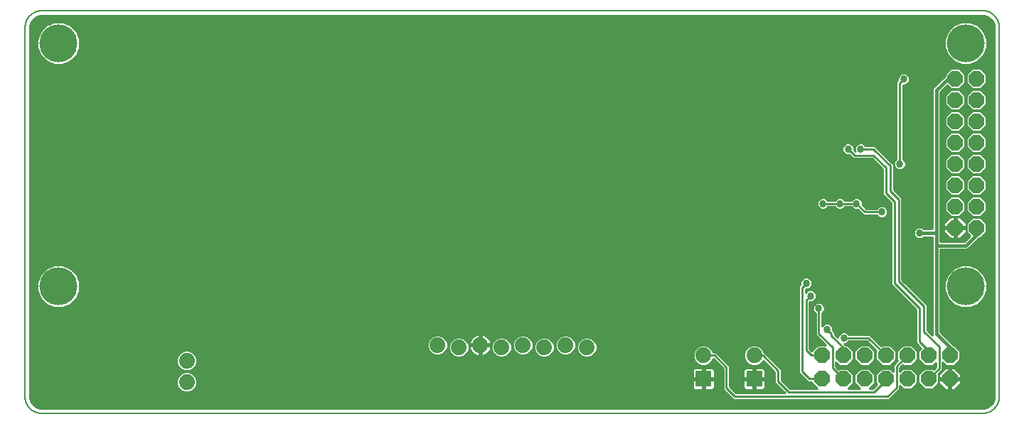
<source format=gbl>
G75*
%MOIN*%
%OFA0B0*%
%FSLAX25Y25*%
%IPPOS*%
%LPD*%
%AMOC8*
5,1,8,0,0,1.08239X$1,22.5*
%
%ADD10C,0.00591*%
%ADD11C,0.17780*%
%ADD12OC8,0.07400*%
%ADD13C,0.07400*%
%ADD14R,0.07400X0.07400*%
%ADD15C,0.01000*%
%ADD16C,0.03369*%
%ADD17C,0.01600*%
%ADD18C,0.00984*%
D10*
X0009374Y0196177D02*
X0450319Y0196177D01*
X0450509Y0196179D01*
X0450699Y0196186D01*
X0450889Y0196198D01*
X0451079Y0196214D01*
X0451268Y0196234D01*
X0451457Y0196260D01*
X0451645Y0196289D01*
X0451832Y0196324D01*
X0452018Y0196363D01*
X0452203Y0196406D01*
X0452388Y0196454D01*
X0452571Y0196506D01*
X0452752Y0196562D01*
X0452932Y0196623D01*
X0453111Y0196689D01*
X0453288Y0196758D01*
X0453464Y0196832D01*
X0453637Y0196910D01*
X0453809Y0196993D01*
X0453978Y0197079D01*
X0454146Y0197169D01*
X0454311Y0197264D01*
X0454474Y0197362D01*
X0454634Y0197465D01*
X0454792Y0197571D01*
X0454947Y0197681D01*
X0455100Y0197794D01*
X0455250Y0197912D01*
X0455396Y0198033D01*
X0455540Y0198157D01*
X0455681Y0198285D01*
X0455819Y0198416D01*
X0455954Y0198551D01*
X0456085Y0198689D01*
X0456213Y0198830D01*
X0456337Y0198974D01*
X0456458Y0199120D01*
X0456576Y0199270D01*
X0456689Y0199423D01*
X0456799Y0199578D01*
X0456905Y0199736D01*
X0457008Y0199896D01*
X0457106Y0200059D01*
X0457201Y0200224D01*
X0457291Y0200392D01*
X0457377Y0200561D01*
X0457460Y0200733D01*
X0457538Y0200906D01*
X0457612Y0201082D01*
X0457681Y0201259D01*
X0457747Y0201438D01*
X0457808Y0201618D01*
X0457864Y0201799D01*
X0457916Y0201982D01*
X0457964Y0202167D01*
X0458007Y0202352D01*
X0458046Y0202538D01*
X0458081Y0202725D01*
X0458110Y0202913D01*
X0458136Y0203102D01*
X0458156Y0203291D01*
X0458172Y0203481D01*
X0458184Y0203671D01*
X0458191Y0203861D01*
X0458193Y0204051D01*
X0458193Y0377280D01*
X0458191Y0377470D01*
X0458184Y0377660D01*
X0458172Y0377850D01*
X0458156Y0378040D01*
X0458136Y0378229D01*
X0458110Y0378418D01*
X0458081Y0378606D01*
X0458046Y0378793D01*
X0458007Y0378979D01*
X0457964Y0379164D01*
X0457916Y0379349D01*
X0457864Y0379532D01*
X0457808Y0379713D01*
X0457747Y0379893D01*
X0457681Y0380072D01*
X0457612Y0380249D01*
X0457538Y0380425D01*
X0457460Y0380598D01*
X0457377Y0380770D01*
X0457291Y0380939D01*
X0457201Y0381107D01*
X0457106Y0381272D01*
X0457008Y0381435D01*
X0456905Y0381595D01*
X0456799Y0381753D01*
X0456689Y0381908D01*
X0456576Y0382061D01*
X0456458Y0382211D01*
X0456337Y0382357D01*
X0456213Y0382501D01*
X0456085Y0382642D01*
X0455954Y0382780D01*
X0455819Y0382915D01*
X0455681Y0383046D01*
X0455540Y0383174D01*
X0455396Y0383298D01*
X0455250Y0383419D01*
X0455100Y0383537D01*
X0454947Y0383650D01*
X0454792Y0383760D01*
X0454634Y0383866D01*
X0454474Y0383969D01*
X0454311Y0384067D01*
X0454146Y0384162D01*
X0453978Y0384252D01*
X0453809Y0384338D01*
X0453637Y0384421D01*
X0453464Y0384499D01*
X0453288Y0384573D01*
X0453111Y0384642D01*
X0452932Y0384708D01*
X0452752Y0384769D01*
X0452571Y0384825D01*
X0452388Y0384877D01*
X0452203Y0384925D01*
X0452018Y0384968D01*
X0451832Y0385007D01*
X0451645Y0385042D01*
X0451457Y0385071D01*
X0451268Y0385097D01*
X0451079Y0385117D01*
X0450889Y0385133D01*
X0450699Y0385145D01*
X0450509Y0385152D01*
X0450319Y0385154D01*
X0009374Y0385154D01*
X0009184Y0385152D01*
X0008994Y0385145D01*
X0008804Y0385133D01*
X0008614Y0385117D01*
X0008425Y0385097D01*
X0008236Y0385071D01*
X0008048Y0385042D01*
X0007861Y0385007D01*
X0007675Y0384968D01*
X0007490Y0384925D01*
X0007305Y0384877D01*
X0007122Y0384825D01*
X0006941Y0384769D01*
X0006761Y0384708D01*
X0006582Y0384642D01*
X0006405Y0384573D01*
X0006229Y0384499D01*
X0006056Y0384421D01*
X0005884Y0384338D01*
X0005715Y0384252D01*
X0005547Y0384162D01*
X0005382Y0384067D01*
X0005219Y0383969D01*
X0005059Y0383866D01*
X0004901Y0383760D01*
X0004746Y0383650D01*
X0004593Y0383537D01*
X0004443Y0383419D01*
X0004297Y0383298D01*
X0004153Y0383174D01*
X0004012Y0383046D01*
X0003874Y0382915D01*
X0003739Y0382780D01*
X0003608Y0382642D01*
X0003480Y0382501D01*
X0003356Y0382357D01*
X0003235Y0382211D01*
X0003117Y0382061D01*
X0003004Y0381908D01*
X0002894Y0381753D01*
X0002788Y0381595D01*
X0002685Y0381435D01*
X0002587Y0381272D01*
X0002492Y0381107D01*
X0002402Y0380939D01*
X0002316Y0380770D01*
X0002233Y0380598D01*
X0002155Y0380425D01*
X0002081Y0380249D01*
X0002012Y0380072D01*
X0001946Y0379893D01*
X0001885Y0379713D01*
X0001829Y0379532D01*
X0001777Y0379349D01*
X0001729Y0379164D01*
X0001686Y0378979D01*
X0001647Y0378793D01*
X0001612Y0378606D01*
X0001583Y0378418D01*
X0001557Y0378229D01*
X0001537Y0378040D01*
X0001521Y0377850D01*
X0001509Y0377660D01*
X0001502Y0377470D01*
X0001500Y0377280D01*
X0001500Y0204051D01*
X0001502Y0203861D01*
X0001509Y0203671D01*
X0001521Y0203481D01*
X0001537Y0203291D01*
X0001557Y0203102D01*
X0001583Y0202913D01*
X0001612Y0202725D01*
X0001647Y0202538D01*
X0001686Y0202352D01*
X0001729Y0202167D01*
X0001777Y0201982D01*
X0001829Y0201799D01*
X0001885Y0201618D01*
X0001946Y0201438D01*
X0002012Y0201259D01*
X0002081Y0201082D01*
X0002155Y0200906D01*
X0002233Y0200733D01*
X0002316Y0200561D01*
X0002402Y0200392D01*
X0002492Y0200224D01*
X0002587Y0200059D01*
X0002685Y0199896D01*
X0002788Y0199736D01*
X0002894Y0199578D01*
X0003004Y0199423D01*
X0003117Y0199270D01*
X0003235Y0199120D01*
X0003356Y0198974D01*
X0003480Y0198830D01*
X0003608Y0198689D01*
X0003739Y0198551D01*
X0003874Y0198416D01*
X0004012Y0198285D01*
X0004153Y0198157D01*
X0004297Y0198033D01*
X0004443Y0197912D01*
X0004593Y0197794D01*
X0004746Y0197681D01*
X0004901Y0197571D01*
X0005059Y0197465D01*
X0005219Y0197362D01*
X0005382Y0197264D01*
X0005547Y0197169D01*
X0005715Y0197079D01*
X0005884Y0196993D01*
X0006056Y0196910D01*
X0006229Y0196832D01*
X0006405Y0196758D01*
X0006582Y0196689D01*
X0006761Y0196623D01*
X0006941Y0196562D01*
X0007122Y0196506D01*
X0007305Y0196454D01*
X0007490Y0196406D01*
X0007675Y0196363D01*
X0007861Y0196324D01*
X0008048Y0196289D01*
X0008236Y0196260D01*
X0008425Y0196234D01*
X0008614Y0196214D01*
X0008804Y0196198D01*
X0008994Y0196186D01*
X0009184Y0196179D01*
X0009374Y0196177D01*
D11*
X0017248Y0255665D03*
X0017248Y0369839D03*
X0442445Y0369839D03*
X0442445Y0255665D03*
D12*
X0447445Y0283224D03*
X0437445Y0283224D03*
X0437445Y0293224D03*
X0447445Y0293224D03*
X0447445Y0303224D03*
X0437445Y0303224D03*
X0437445Y0313224D03*
X0447445Y0313224D03*
X0447445Y0323224D03*
X0437445Y0323224D03*
X0437445Y0333224D03*
X0447445Y0333224D03*
X0447445Y0343224D03*
X0437445Y0343224D03*
X0437445Y0353224D03*
X0447445Y0353224D03*
X0435043Y0223331D03*
X0425043Y0223331D03*
X0415043Y0223331D03*
X0405043Y0223331D03*
X0395043Y0223331D03*
X0385043Y0223331D03*
X0375043Y0223331D03*
X0375043Y0212331D03*
X0385043Y0212331D03*
X0395043Y0212331D03*
X0405043Y0212331D03*
X0415043Y0212331D03*
X0425043Y0212331D03*
X0435043Y0212331D03*
D13*
X0343272Y0223331D03*
X0319492Y0223331D03*
X0264846Y0227173D03*
X0254846Y0228173D03*
X0244846Y0227173D03*
X0234846Y0228173D03*
X0224846Y0227173D03*
X0214846Y0228173D03*
X0204846Y0227173D03*
X0194846Y0228173D03*
X0077287Y0220862D03*
X0077287Y0210862D03*
D14*
X0319492Y0212331D03*
X0343272Y0212331D03*
D15*
X0343772Y0212153D02*
X0352892Y0212153D01*
X0352892Y0211155D02*
X0348472Y0211155D01*
X0348472Y0211831D02*
X0343772Y0211831D01*
X0343772Y0212831D01*
X0348472Y0212831D01*
X0348472Y0216228D01*
X0348369Y0216610D01*
X0348172Y0216952D01*
X0347893Y0217231D01*
X0347551Y0217428D01*
X0347169Y0217531D01*
X0343772Y0217531D01*
X0343772Y0212831D01*
X0342772Y0212831D01*
X0342772Y0217531D01*
X0339374Y0217531D01*
X0338993Y0217428D01*
X0338651Y0217231D01*
X0338371Y0216952D01*
X0338174Y0216610D01*
X0338072Y0216228D01*
X0338072Y0212831D01*
X0342772Y0212831D01*
X0342772Y0211831D01*
X0343772Y0211831D01*
X0343772Y0207131D01*
X0347169Y0207131D01*
X0347551Y0207233D01*
X0347893Y0207430D01*
X0348172Y0207710D01*
X0348369Y0208052D01*
X0348472Y0208433D01*
X0348472Y0211831D01*
X0348472Y0213152D02*
X0352892Y0213152D01*
X0352892Y0214150D02*
X0348472Y0214150D01*
X0348472Y0215149D02*
X0352892Y0215149D01*
X0352892Y0215526D02*
X0352892Y0210514D01*
X0357755Y0205651D01*
X0334840Y0205651D01*
X0331840Y0208651D01*
X0331840Y0218493D01*
X0330903Y0219431D01*
X0330892Y0219431D01*
X0325400Y0224923D01*
X0324028Y0224923D01*
X0323561Y0226050D01*
X0322211Y0227400D01*
X0320447Y0228131D01*
X0318537Y0228131D01*
X0316773Y0227400D01*
X0315423Y0226050D01*
X0314692Y0224285D01*
X0314692Y0222376D01*
X0315423Y0220612D01*
X0316773Y0219261D01*
X0318537Y0218531D01*
X0320447Y0218531D01*
X0322211Y0219261D01*
X0323561Y0220612D01*
X0324028Y0221739D01*
X0324081Y0221739D01*
X0328640Y0217179D01*
X0328640Y0207325D01*
X0329577Y0206388D01*
X0333514Y0202451D01*
X0406529Y0202451D01*
X0407466Y0203388D01*
X0411592Y0207514D01*
X0411592Y0208994D01*
X0413055Y0207531D01*
X0417032Y0207531D01*
X0419843Y0210342D01*
X0419843Y0214319D01*
X0417032Y0217131D01*
X0413055Y0217131D01*
X0411592Y0215668D01*
X0411592Y0217617D01*
X0412781Y0218805D01*
X0413055Y0218531D01*
X0417032Y0218531D01*
X0419843Y0221342D01*
X0419843Y0225319D01*
X0417032Y0228131D01*
X0413055Y0228131D01*
X0410243Y0225319D01*
X0410243Y0221342D01*
X0410518Y0221068D01*
X0409329Y0219880D01*
X0408392Y0218942D01*
X0408392Y0215770D01*
X0407032Y0217131D01*
X0403055Y0217131D01*
X0400243Y0214319D01*
X0400243Y0210342D01*
X0400819Y0209767D01*
X0398829Y0207777D01*
X0397278Y0207777D01*
X0399843Y0210342D01*
X0399843Y0214319D01*
X0397032Y0217131D01*
X0393055Y0217131D01*
X0390243Y0214319D01*
X0390243Y0210342D01*
X0392809Y0207777D01*
X0387278Y0207777D01*
X0389843Y0210342D01*
X0389843Y0214319D01*
X0387032Y0217131D01*
X0383055Y0217131D01*
X0382781Y0216856D01*
X0381592Y0218045D01*
X0381592Y0219994D01*
X0383055Y0218531D01*
X0387032Y0218531D01*
X0389843Y0221342D01*
X0389843Y0225319D01*
X0387032Y0228131D01*
X0386179Y0228131D01*
X0385484Y0228826D01*
X0385912Y0228826D01*
X0386935Y0229250D01*
X0387696Y0230010D01*
X0396101Y0230010D01*
X0400518Y0225593D01*
X0400243Y0225319D01*
X0400243Y0221342D01*
X0403055Y0218531D01*
X0407032Y0218531D01*
X0409843Y0221342D01*
X0409843Y0225319D01*
X0407032Y0228131D01*
X0403055Y0228131D01*
X0402781Y0227856D01*
X0397427Y0233210D01*
X0387696Y0233210D01*
X0386935Y0233971D01*
X0385912Y0234394D01*
X0384804Y0234394D01*
X0383781Y0233971D01*
X0382998Y0233187D01*
X0382574Y0232164D01*
X0382574Y0231736D01*
X0381053Y0233257D01*
X0381053Y0234241D01*
X0380268Y0235026D01*
X0380268Y0236101D01*
X0379845Y0237124D01*
X0379061Y0237908D01*
X0378038Y0238331D01*
X0376930Y0238331D01*
X0375907Y0237908D01*
X0375147Y0237148D01*
X0375147Y0243052D01*
X0375908Y0243813D01*
X0376331Y0244836D01*
X0376331Y0245944D01*
X0375908Y0246967D01*
X0375124Y0247750D01*
X0374101Y0248174D01*
X0372993Y0248174D01*
X0371970Y0247750D01*
X0371187Y0246967D01*
X0370763Y0245944D01*
X0370763Y0244836D01*
X0371187Y0243813D01*
X0371947Y0243052D01*
X0371947Y0232959D01*
X0372884Y0232022D01*
X0376776Y0228131D01*
X0373055Y0228131D01*
X0370267Y0225342D01*
X0369242Y0226367D01*
X0369242Y0248511D01*
X0370164Y0248511D01*
X0371187Y0248935D01*
X0371971Y0249718D01*
X0372394Y0250741D01*
X0372394Y0251849D01*
X0371971Y0252872D01*
X0371187Y0253656D01*
X0370164Y0254080D01*
X0369056Y0254080D01*
X0368033Y0253656D01*
X0367273Y0252896D01*
X0367273Y0254417D01*
X0368196Y0254417D01*
X0369219Y0254840D01*
X0370002Y0255624D01*
X0370426Y0256647D01*
X0370426Y0257755D01*
X0370002Y0258778D01*
X0369219Y0259561D01*
X0368196Y0259985D01*
X0367088Y0259985D01*
X0366065Y0259561D01*
X0365281Y0258778D01*
X0364857Y0257755D01*
X0364857Y0256679D01*
X0364073Y0255895D01*
X0364073Y0215199D01*
X0365010Y0214262D01*
X0368542Y0210731D01*
X0370243Y0210731D01*
X0370243Y0210342D01*
X0372809Y0207777D01*
X0360155Y0207777D01*
X0356092Y0211840D01*
X0356092Y0216840D01*
X0355155Y0217777D01*
X0355144Y0217777D01*
X0347998Y0224923D01*
X0347808Y0224923D01*
X0347341Y0226050D01*
X0345991Y0227400D01*
X0344226Y0228131D01*
X0342317Y0228131D01*
X0340553Y0227400D01*
X0339202Y0226050D01*
X0338472Y0224285D01*
X0338472Y0222376D01*
X0339202Y0220612D01*
X0340553Y0219261D01*
X0342317Y0218531D01*
X0344226Y0218531D01*
X0345991Y0219261D01*
X0347341Y0220612D01*
X0347477Y0220941D01*
X0352892Y0215526D01*
X0352270Y0216147D02*
X0348472Y0216147D01*
X0347978Y0217146D02*
X0351272Y0217146D01*
X0350273Y0218144D02*
X0331840Y0218144D01*
X0331840Y0217146D02*
X0338566Y0217146D01*
X0338072Y0216147D02*
X0331840Y0216147D01*
X0331840Y0215149D02*
X0338072Y0215149D01*
X0338072Y0214150D02*
X0331840Y0214150D01*
X0331840Y0213152D02*
X0338072Y0213152D01*
X0338072Y0211831D02*
X0338072Y0208433D01*
X0338174Y0208052D01*
X0338371Y0207710D01*
X0338651Y0207430D01*
X0338993Y0207233D01*
X0339374Y0207131D01*
X0342772Y0207131D01*
X0342772Y0211831D01*
X0338072Y0211831D01*
X0338072Y0211155D02*
X0331840Y0211155D01*
X0331840Y0212153D02*
X0342772Y0212153D01*
X0342772Y0211155D02*
X0343772Y0211155D01*
X0343772Y0210156D02*
X0342772Y0210156D01*
X0342772Y0209158D02*
X0343772Y0209158D01*
X0343772Y0208159D02*
X0342772Y0208159D01*
X0342772Y0207161D02*
X0343772Y0207161D01*
X0347281Y0207161D02*
X0356246Y0207161D01*
X0357244Y0206162D02*
X0334329Y0206162D01*
X0333330Y0207161D02*
X0339262Y0207161D01*
X0338145Y0208159D02*
X0332332Y0208159D01*
X0331840Y0209158D02*
X0338072Y0209158D01*
X0338072Y0210156D02*
X0331840Y0210156D01*
X0330240Y0207988D02*
X0330240Y0217831D01*
X0331191Y0219143D02*
X0340839Y0219143D01*
X0339673Y0220141D02*
X0330181Y0220141D01*
X0329183Y0221140D02*
X0338984Y0221140D01*
X0338570Y0222138D02*
X0328184Y0222138D01*
X0327185Y0223137D02*
X0338472Y0223137D01*
X0338472Y0224135D02*
X0326187Y0224135D01*
X0323941Y0225134D02*
X0338823Y0225134D01*
X0339285Y0226133D02*
X0323479Y0226133D01*
X0322480Y0227131D02*
X0340284Y0227131D01*
X0342314Y0228130D02*
X0320450Y0228130D01*
X0318535Y0228130D02*
X0269646Y0228130D01*
X0269646Y0228128D02*
X0268916Y0229892D01*
X0267565Y0231242D01*
X0265801Y0231973D01*
X0263892Y0231973D01*
X0262127Y0231242D01*
X0260777Y0229892D01*
X0260046Y0228128D01*
X0260046Y0226218D01*
X0260777Y0224454D01*
X0262127Y0223104D01*
X0263892Y0222373D01*
X0265801Y0222373D01*
X0267565Y0223104D01*
X0268916Y0224454D01*
X0269646Y0226218D01*
X0269646Y0228128D01*
X0269646Y0227131D02*
X0316504Y0227131D01*
X0315506Y0226133D02*
X0269611Y0226133D01*
X0269197Y0225134D02*
X0315044Y0225134D01*
X0314692Y0224135D02*
X0268597Y0224135D01*
X0267598Y0223137D02*
X0314692Y0223137D01*
X0314790Y0222138D02*
X0081954Y0222138D01*
X0082087Y0221817D02*
X0081357Y0223581D01*
X0080006Y0224931D01*
X0078242Y0225662D01*
X0076333Y0225662D01*
X0074568Y0224931D01*
X0073218Y0223581D01*
X0072487Y0221817D01*
X0072487Y0219907D01*
X0073218Y0218143D01*
X0074568Y0216793D01*
X0076333Y0216062D01*
X0078242Y0216062D01*
X0080006Y0216793D01*
X0081357Y0218143D01*
X0082087Y0219907D01*
X0082087Y0221817D01*
X0082087Y0221140D02*
X0315204Y0221140D01*
X0315893Y0220141D02*
X0082087Y0220141D01*
X0081771Y0219143D02*
X0317059Y0219143D01*
X0315595Y0217531D02*
X0315213Y0217428D01*
X0314871Y0217231D01*
X0314592Y0216952D01*
X0314394Y0216610D01*
X0314292Y0216228D01*
X0314292Y0212831D01*
X0318992Y0212831D01*
X0318992Y0217531D01*
X0315595Y0217531D01*
X0314786Y0217146D02*
X0080359Y0217146D01*
X0081357Y0218144D02*
X0327675Y0218144D01*
X0328640Y0217146D02*
X0324198Y0217146D01*
X0324113Y0217231D02*
X0323771Y0217428D01*
X0323390Y0217531D01*
X0319992Y0217531D01*
X0319992Y0212831D01*
X0318992Y0212831D01*
X0318992Y0211831D01*
X0314292Y0211831D01*
X0314292Y0208433D01*
X0314394Y0208052D01*
X0314592Y0207710D01*
X0314871Y0207430D01*
X0315213Y0207233D01*
X0315595Y0207131D01*
X0318992Y0207131D01*
X0318992Y0211831D01*
X0319992Y0211831D01*
X0319992Y0212831D01*
X0324692Y0212831D01*
X0324692Y0216228D01*
X0324590Y0216610D01*
X0324392Y0216952D01*
X0324113Y0217231D01*
X0324692Y0216147D02*
X0328640Y0216147D01*
X0328640Y0215149D02*
X0324692Y0215149D01*
X0324692Y0214150D02*
X0328640Y0214150D01*
X0328640Y0213152D02*
X0324692Y0213152D01*
X0324692Y0211831D02*
X0319992Y0211831D01*
X0319992Y0207131D01*
X0323390Y0207131D01*
X0323771Y0207233D01*
X0324113Y0207430D01*
X0324392Y0207710D01*
X0324590Y0208052D01*
X0324692Y0208433D01*
X0324692Y0211831D01*
X0324692Y0211155D02*
X0328640Y0211155D01*
X0328640Y0212153D02*
X0319992Y0212153D01*
X0319992Y0211155D02*
X0318992Y0211155D01*
X0318992Y0212153D02*
X0081948Y0212153D01*
X0082087Y0211817D02*
X0081357Y0213581D01*
X0080006Y0214931D01*
X0078242Y0215662D01*
X0076333Y0215662D01*
X0074568Y0214931D01*
X0073218Y0213581D01*
X0072487Y0211817D01*
X0072487Y0209907D01*
X0073218Y0208143D01*
X0074568Y0206793D01*
X0076333Y0206062D01*
X0078242Y0206062D01*
X0080006Y0206793D01*
X0081357Y0208143D01*
X0082087Y0209907D01*
X0082087Y0211817D01*
X0082087Y0211155D02*
X0314292Y0211155D01*
X0314292Y0210156D02*
X0082087Y0210156D01*
X0081777Y0209158D02*
X0314292Y0209158D01*
X0314366Y0208159D02*
X0081363Y0208159D01*
X0080374Y0207161D02*
X0315482Y0207161D01*
X0318992Y0207161D02*
X0319992Y0207161D01*
X0319992Y0208159D02*
X0318992Y0208159D01*
X0318992Y0209158D02*
X0319992Y0209158D01*
X0319992Y0210156D02*
X0318992Y0210156D01*
X0318992Y0213152D02*
X0319992Y0213152D01*
X0319992Y0214150D02*
X0318992Y0214150D01*
X0318992Y0215149D02*
X0319992Y0215149D01*
X0319992Y0216147D02*
X0318992Y0216147D01*
X0318992Y0217146D02*
X0319992Y0217146D01*
X0321925Y0219143D02*
X0326676Y0219143D01*
X0325678Y0220141D02*
X0323091Y0220141D01*
X0323780Y0221140D02*
X0324679Y0221140D01*
X0324692Y0210156D02*
X0328640Y0210156D01*
X0328640Y0209158D02*
X0324692Y0209158D01*
X0324619Y0208159D02*
X0328640Y0208159D01*
X0328805Y0207161D02*
X0323502Y0207161D01*
X0329803Y0206162D02*
X0078484Y0206162D01*
X0076091Y0206162D02*
X0003795Y0206162D01*
X0003795Y0205164D02*
X0330802Y0205164D01*
X0331800Y0204165D02*
X0003795Y0204165D01*
X0003795Y0204051D02*
X0003795Y0377280D01*
X0003864Y0378152D01*
X0004403Y0379812D01*
X0005429Y0381224D01*
X0006841Y0382250D01*
X0008501Y0382790D01*
X0009374Y0382858D01*
X0450319Y0382858D01*
X0451192Y0382790D01*
X0452852Y0382250D01*
X0454264Y0381224D01*
X0455290Y0379812D01*
X0455829Y0378152D01*
X0455898Y0377280D01*
X0455898Y0204051D01*
X0455829Y0203178D01*
X0455290Y0201518D01*
X0454264Y0200106D01*
X0452852Y0199080D01*
X0451192Y0198541D01*
X0450319Y0198472D01*
X0009374Y0198472D01*
X0008501Y0198541D01*
X0006841Y0199080D01*
X0005429Y0200106D01*
X0004403Y0201518D01*
X0003864Y0203178D01*
X0003795Y0204051D01*
X0003868Y0203167D02*
X0332799Y0203167D01*
X0334177Y0204051D02*
X0330240Y0207988D01*
X0334177Y0204051D02*
X0405866Y0204051D01*
X0409992Y0208177D01*
X0409992Y0218280D01*
X0415043Y0223331D01*
X0410243Y0223137D02*
X0409843Y0223137D01*
X0409843Y0224135D02*
X0410243Y0224135D01*
X0410243Y0225134D02*
X0409843Y0225134D01*
X0409030Y0226133D02*
X0411057Y0226133D01*
X0412055Y0227131D02*
X0408031Y0227131D01*
X0407033Y0228130D02*
X0413054Y0228130D01*
X0417033Y0228130D02*
X0420041Y0228130D01*
X0420129Y0228042D02*
X0421547Y0226623D01*
X0420243Y0225319D01*
X0420243Y0221342D01*
X0423055Y0218531D01*
X0427032Y0218531D01*
X0428392Y0219891D01*
X0428392Y0217942D01*
X0427306Y0216856D01*
X0427032Y0217131D01*
X0423055Y0217131D01*
X0420243Y0214319D01*
X0420243Y0210342D01*
X0423055Y0207531D01*
X0427032Y0207531D01*
X0429843Y0210342D01*
X0429843Y0214319D01*
X0429569Y0214593D01*
X0430655Y0215680D01*
X0431592Y0216617D01*
X0431592Y0219994D01*
X0433055Y0218531D01*
X0437032Y0218531D01*
X0439843Y0221342D01*
X0439843Y0225319D01*
X0437032Y0228131D01*
X0436800Y0228131D01*
X0430565Y0234366D01*
X0430565Y0273017D01*
X0443232Y0273017D01*
X0448639Y0278424D01*
X0449433Y0278424D01*
X0452245Y0281236D01*
X0452245Y0285213D01*
X0449433Y0288024D01*
X0445457Y0288024D01*
X0442645Y0285213D01*
X0442645Y0281236D01*
X0444361Y0279520D01*
X0441658Y0276817D01*
X0430565Y0276817D01*
X0430565Y0346965D01*
X0433741Y0350140D01*
X0435457Y0348424D01*
X0439433Y0348424D01*
X0442245Y0351236D01*
X0442245Y0355213D01*
X0439433Y0358024D01*
X0435457Y0358024D01*
X0432645Y0355213D01*
X0432645Y0354418D01*
X0432057Y0353830D01*
X0427878Y0349652D01*
X0426765Y0348539D01*
X0426765Y0282723D01*
X0422829Y0282723D01*
X0422368Y0283183D01*
X0421345Y0283607D01*
X0420238Y0283607D01*
X0419214Y0283183D01*
X0418431Y0282400D01*
X0418007Y0281377D01*
X0418007Y0280269D01*
X0418431Y0279246D01*
X0419214Y0278462D01*
X0420238Y0278039D01*
X0421345Y0278039D01*
X0422368Y0278462D01*
X0422829Y0278923D01*
X0426765Y0278923D01*
X0426765Y0232820D01*
X0424360Y0235226D01*
X0424360Y0247037D01*
X0423423Y0247974D01*
X0412549Y0258848D01*
X0412549Y0297234D01*
X0411612Y0298171D01*
X0411612Y0298171D01*
X0408612Y0301171D01*
X0408612Y0312982D01*
X0407675Y0313919D01*
X0399801Y0321793D01*
X0395570Y0321793D01*
X0394809Y0322553D01*
X0393786Y0322977D01*
X0392678Y0322977D01*
X0391655Y0322553D01*
X0390872Y0321770D01*
X0390448Y0320747D01*
X0390448Y0319639D01*
X0390664Y0319119D01*
X0390111Y0319671D01*
X0390111Y0320747D01*
X0389687Y0321770D01*
X0388904Y0322553D01*
X0387881Y0322977D01*
X0386773Y0322977D01*
X0385750Y0322553D01*
X0384966Y0321770D01*
X0384543Y0320747D01*
X0384543Y0319639D01*
X0384966Y0318616D01*
X0385750Y0317833D01*
X0386773Y0317409D01*
X0387848Y0317409D01*
X0388680Y0316577D01*
X0389617Y0315640D01*
X0398475Y0315640D01*
X0403443Y0310672D01*
X0403443Y0298861D01*
X0407380Y0294924D01*
X0407380Y0256538D01*
X0419191Y0244727D01*
X0419191Y0228979D01*
X0420129Y0228042D01*
X0421039Y0227131D02*
X0418031Y0227131D01*
X0419030Y0226133D02*
X0421057Y0226133D01*
X0420243Y0225134D02*
X0419843Y0225134D01*
X0419843Y0224135D02*
X0420243Y0224135D01*
X0420243Y0223137D02*
X0419843Y0223137D01*
X0419843Y0222138D02*
X0420243Y0222138D01*
X0420446Y0221140D02*
X0419641Y0221140D01*
X0418642Y0220141D02*
X0421444Y0220141D01*
X0422443Y0219143D02*
X0417644Y0219143D01*
X0418015Y0216147D02*
X0422072Y0216147D01*
X0421073Y0215149D02*
X0419013Y0215149D01*
X0419843Y0214150D02*
X0420243Y0214150D01*
X0420243Y0213152D02*
X0419843Y0213152D01*
X0419843Y0212153D02*
X0420243Y0212153D01*
X0420243Y0211155D02*
X0419843Y0211155D01*
X0419657Y0210156D02*
X0420429Y0210156D01*
X0421428Y0209158D02*
X0418659Y0209158D01*
X0417660Y0208159D02*
X0422426Y0208159D01*
X0425043Y0212331D02*
X0429992Y0217280D01*
X0429992Y0227331D01*
X0422760Y0234563D01*
X0422760Y0246374D01*
X0410949Y0258185D01*
X0410949Y0296571D01*
X0407012Y0300508D01*
X0407012Y0312319D01*
X0399138Y0320193D01*
X0393232Y0320193D01*
X0390448Y0319993D02*
X0390111Y0319993D01*
X0390010Y0320991D02*
X0390549Y0320991D01*
X0391091Y0321990D02*
X0389468Y0321990D01*
X0387327Y0320193D02*
X0390280Y0317240D01*
X0399138Y0317240D01*
X0405043Y0311335D01*
X0405043Y0299524D01*
X0408980Y0295587D01*
X0408980Y0257201D01*
X0420791Y0245390D01*
X0420791Y0229642D01*
X0425043Y0225390D01*
X0425043Y0223331D01*
X0427644Y0219143D02*
X0428392Y0219143D01*
X0428392Y0218144D02*
X0412120Y0218144D01*
X0411592Y0217146D02*
X0427596Y0217146D01*
X0430124Y0215149D02*
X0430508Y0215149D01*
X0429843Y0214485D02*
X0429843Y0212831D01*
X0434543Y0212831D01*
X0434543Y0211831D01*
X0429843Y0211831D01*
X0429843Y0210177D01*
X0432889Y0207131D01*
X0434543Y0207131D01*
X0434543Y0211831D01*
X0435543Y0211831D01*
X0435543Y0212831D01*
X0434543Y0212831D01*
X0434543Y0217531D01*
X0432889Y0217531D01*
X0429843Y0214485D01*
X0429843Y0214150D02*
X0429843Y0214150D01*
X0429843Y0213152D02*
X0429843Y0213152D01*
X0429843Y0212153D02*
X0434543Y0212153D01*
X0434543Y0211155D02*
X0435543Y0211155D01*
X0435543Y0211831D02*
X0435543Y0207131D01*
X0437197Y0207131D01*
X0440243Y0210177D01*
X0440243Y0211831D01*
X0435543Y0211831D01*
X0435543Y0212153D02*
X0455898Y0212153D01*
X0455898Y0211155D02*
X0440243Y0211155D01*
X0440223Y0210156D02*
X0455898Y0210156D01*
X0455898Y0209158D02*
X0439224Y0209158D01*
X0438226Y0208159D02*
X0455898Y0208159D01*
X0455898Y0207161D02*
X0437227Y0207161D01*
X0435543Y0207161D02*
X0434543Y0207161D01*
X0434543Y0208159D02*
X0435543Y0208159D01*
X0435543Y0209158D02*
X0434543Y0209158D01*
X0434543Y0210156D02*
X0435543Y0210156D01*
X0435543Y0212831D02*
X0440243Y0212831D01*
X0440243Y0214485D01*
X0437197Y0217531D01*
X0435543Y0217531D01*
X0435543Y0212831D01*
X0435543Y0213152D02*
X0434543Y0213152D01*
X0434543Y0214150D02*
X0435543Y0214150D01*
X0435543Y0215149D02*
X0434543Y0215149D01*
X0434543Y0216147D02*
X0435543Y0216147D01*
X0435543Y0217146D02*
X0434543Y0217146D01*
X0432505Y0217146D02*
X0431592Y0217146D01*
X0431592Y0218144D02*
X0455898Y0218144D01*
X0455898Y0217146D02*
X0437582Y0217146D01*
X0438581Y0216147D02*
X0455898Y0216147D01*
X0455898Y0215149D02*
X0439579Y0215149D01*
X0440243Y0214150D02*
X0455898Y0214150D01*
X0455898Y0213152D02*
X0440243Y0213152D01*
X0437644Y0219143D02*
X0455898Y0219143D01*
X0455898Y0220141D02*
X0438642Y0220141D01*
X0439641Y0221140D02*
X0455898Y0221140D01*
X0455898Y0222138D02*
X0439843Y0222138D01*
X0439843Y0223137D02*
X0455898Y0223137D01*
X0455898Y0224135D02*
X0439843Y0224135D01*
X0439843Y0225134D02*
X0455898Y0225134D01*
X0455898Y0226133D02*
X0439030Y0226133D01*
X0438031Y0227131D02*
X0455898Y0227131D01*
X0455898Y0228130D02*
X0437033Y0228130D01*
X0435803Y0229128D02*
X0455898Y0229128D01*
X0455898Y0230127D02*
X0434805Y0230127D01*
X0433806Y0231125D02*
X0455898Y0231125D01*
X0455898Y0232124D02*
X0432808Y0232124D01*
X0431809Y0233122D02*
X0455898Y0233122D01*
X0455898Y0234121D02*
X0430810Y0234121D01*
X0430565Y0235119D02*
X0455898Y0235119D01*
X0455898Y0236118D02*
X0430565Y0236118D01*
X0430565Y0237116D02*
X0455898Y0237116D01*
X0455898Y0238115D02*
X0430565Y0238115D01*
X0430565Y0239113D02*
X0455898Y0239113D01*
X0455898Y0240112D02*
X0430565Y0240112D01*
X0430565Y0241110D02*
X0455898Y0241110D01*
X0455898Y0242109D02*
X0430565Y0242109D01*
X0430565Y0243107D02*
X0455898Y0243107D01*
X0455898Y0244106D02*
X0430565Y0244106D01*
X0430565Y0245104D02*
X0455898Y0245104D01*
X0455898Y0246103D02*
X0445463Y0246103D01*
X0444432Y0245676D02*
X0448104Y0247196D01*
X0450914Y0250007D01*
X0452435Y0253678D01*
X0452435Y0257652D01*
X0450914Y0261324D01*
X0448104Y0264134D01*
X0444432Y0265655D01*
X0440458Y0265655D01*
X0436786Y0264134D01*
X0433976Y0261324D01*
X0432455Y0257652D01*
X0432455Y0253678D01*
X0433976Y0250007D01*
X0436786Y0247196D01*
X0440458Y0245676D01*
X0444432Y0245676D01*
X0447874Y0247101D02*
X0455898Y0247101D01*
X0455898Y0248100D02*
X0449007Y0248100D01*
X0450005Y0249098D02*
X0455898Y0249098D01*
X0455898Y0250097D02*
X0450951Y0250097D01*
X0451365Y0251095D02*
X0455898Y0251095D01*
X0455898Y0252094D02*
X0451778Y0252094D01*
X0452192Y0253092D02*
X0455898Y0253092D01*
X0455898Y0254091D02*
X0452435Y0254091D01*
X0452435Y0255089D02*
X0455898Y0255089D01*
X0455898Y0256088D02*
X0452435Y0256088D01*
X0452435Y0257086D02*
X0455898Y0257086D01*
X0455898Y0258085D02*
X0452256Y0258085D01*
X0451842Y0259083D02*
X0455898Y0259083D01*
X0455898Y0260082D02*
X0451428Y0260082D01*
X0451015Y0261080D02*
X0455898Y0261080D01*
X0455898Y0262079D02*
X0450159Y0262079D01*
X0449160Y0263077D02*
X0455898Y0263077D01*
X0455898Y0264076D02*
X0448162Y0264076D01*
X0445834Y0265074D02*
X0455898Y0265074D01*
X0455898Y0266073D02*
X0430565Y0266073D01*
X0430565Y0267071D02*
X0455898Y0267071D01*
X0455898Y0268070D02*
X0430565Y0268070D01*
X0430565Y0269068D02*
X0455898Y0269068D01*
X0455898Y0270067D02*
X0430565Y0270067D01*
X0430565Y0271066D02*
X0455898Y0271066D01*
X0455898Y0272064D02*
X0430565Y0272064D01*
X0426765Y0272064D02*
X0412549Y0272064D01*
X0412549Y0271066D02*
X0426765Y0271066D01*
X0426765Y0270067D02*
X0412549Y0270067D01*
X0412549Y0269068D02*
X0426765Y0269068D01*
X0426765Y0268070D02*
X0412549Y0268070D01*
X0412549Y0267071D02*
X0426765Y0267071D01*
X0426765Y0266073D02*
X0412549Y0266073D01*
X0412549Y0265074D02*
X0426765Y0265074D01*
X0426765Y0264076D02*
X0412549Y0264076D01*
X0412549Y0263077D02*
X0426765Y0263077D01*
X0426765Y0262079D02*
X0412549Y0262079D01*
X0412549Y0261080D02*
X0426765Y0261080D01*
X0426765Y0260082D02*
X0412549Y0260082D01*
X0412549Y0259083D02*
X0426765Y0259083D01*
X0426765Y0258085D02*
X0413312Y0258085D01*
X0414310Y0257086D02*
X0426765Y0257086D01*
X0426765Y0256088D02*
X0415309Y0256088D01*
X0416307Y0255089D02*
X0426765Y0255089D01*
X0426765Y0254091D02*
X0417306Y0254091D01*
X0418304Y0253092D02*
X0426765Y0253092D01*
X0426765Y0252094D02*
X0419303Y0252094D01*
X0420301Y0251095D02*
X0426765Y0251095D01*
X0426765Y0250097D02*
X0421300Y0250097D01*
X0422298Y0249098D02*
X0426765Y0249098D01*
X0426765Y0248100D02*
X0423297Y0248100D01*
X0424295Y0247101D02*
X0426765Y0247101D01*
X0426765Y0246103D02*
X0424360Y0246103D01*
X0424360Y0245104D02*
X0426765Y0245104D01*
X0426765Y0244106D02*
X0424360Y0244106D01*
X0424360Y0243107D02*
X0426765Y0243107D01*
X0426765Y0242109D02*
X0424360Y0242109D01*
X0424360Y0241110D02*
X0426765Y0241110D01*
X0426765Y0240112D02*
X0424360Y0240112D01*
X0424360Y0239113D02*
X0426765Y0239113D01*
X0426765Y0238115D02*
X0424360Y0238115D01*
X0424360Y0237116D02*
X0426765Y0237116D01*
X0426765Y0236118D02*
X0424360Y0236118D01*
X0424466Y0235119D02*
X0426765Y0235119D01*
X0426765Y0234121D02*
X0425465Y0234121D01*
X0426463Y0233122D02*
X0426765Y0233122D01*
X0419191Y0233122D02*
X0397515Y0233122D01*
X0398513Y0232124D02*
X0419191Y0232124D01*
X0419191Y0231125D02*
X0399512Y0231125D01*
X0400510Y0230127D02*
X0419191Y0230127D01*
X0419191Y0229128D02*
X0401509Y0229128D01*
X0402507Y0228130D02*
X0403054Y0228130D01*
X0399979Y0226133D02*
X0399030Y0226133D01*
X0398980Y0227131D02*
X0398031Y0227131D01*
X0397982Y0228130D02*
X0397033Y0228130D01*
X0397032Y0228131D02*
X0393055Y0228131D01*
X0390243Y0225319D01*
X0390243Y0221342D01*
X0393055Y0218531D01*
X0397032Y0218531D01*
X0399843Y0221342D01*
X0399843Y0225319D01*
X0397032Y0228131D01*
X0396983Y0229128D02*
X0386641Y0229128D01*
X0387033Y0228130D02*
X0393054Y0228130D01*
X0392055Y0227131D02*
X0388031Y0227131D01*
X0389030Y0226133D02*
X0391057Y0226133D01*
X0390243Y0225134D02*
X0389843Y0225134D01*
X0389843Y0224135D02*
X0390243Y0224135D01*
X0390243Y0223137D02*
X0389843Y0223137D01*
X0389843Y0222138D02*
X0390243Y0222138D01*
X0390446Y0221140D02*
X0389641Y0221140D01*
X0388642Y0220141D02*
X0391444Y0220141D01*
X0392443Y0219143D02*
X0387644Y0219143D01*
X0388015Y0216147D02*
X0392072Y0216147D01*
X0391073Y0215149D02*
X0389013Y0215149D01*
X0389843Y0214150D02*
X0390243Y0214150D01*
X0390243Y0213152D02*
X0389843Y0213152D01*
X0389843Y0212153D02*
X0390243Y0212153D01*
X0390243Y0211155D02*
X0389843Y0211155D01*
X0389657Y0210156D02*
X0390429Y0210156D01*
X0391428Y0209158D02*
X0388659Y0209158D01*
X0387660Y0208159D02*
X0392426Y0208159D01*
X0397660Y0208159D02*
X0399212Y0208159D01*
X0398659Y0209158D02*
X0400210Y0209158D01*
X0400429Y0210156D02*
X0399657Y0210156D01*
X0399843Y0211155D02*
X0400243Y0211155D01*
X0400243Y0212153D02*
X0399843Y0212153D01*
X0399843Y0213152D02*
X0400243Y0213152D01*
X0400243Y0214150D02*
X0399843Y0214150D01*
X0399013Y0215149D02*
X0401073Y0215149D01*
X0402072Y0216147D02*
X0398015Y0216147D01*
X0397644Y0219143D02*
X0402443Y0219143D01*
X0401444Y0220141D02*
X0398642Y0220141D01*
X0399641Y0221140D02*
X0400446Y0221140D01*
X0400243Y0222138D02*
X0399843Y0222138D01*
X0399843Y0223137D02*
X0400243Y0223137D01*
X0400243Y0224135D02*
X0399843Y0224135D01*
X0399843Y0225134D02*
X0400243Y0225134D01*
X0405043Y0223331D02*
X0396764Y0231610D01*
X0385358Y0231610D01*
X0384143Y0234121D02*
X0381053Y0234121D01*
X0381188Y0233122D02*
X0382971Y0233122D01*
X0382574Y0232124D02*
X0382186Y0232124D01*
X0379453Y0232594D02*
X0385043Y0227004D01*
X0385043Y0223331D01*
X0382443Y0219143D02*
X0381592Y0219143D01*
X0381592Y0218144D02*
X0408392Y0218144D01*
X0408392Y0217146D02*
X0382491Y0217146D01*
X0379992Y0217382D02*
X0385043Y0212331D01*
X0379992Y0217382D02*
X0379992Y0227177D01*
X0373547Y0233622D01*
X0373547Y0245390D01*
X0371065Y0244106D02*
X0369242Y0244106D01*
X0369242Y0245104D02*
X0370763Y0245104D01*
X0370829Y0246103D02*
X0369242Y0246103D01*
X0369242Y0247101D02*
X0371321Y0247101D01*
X0372814Y0248100D02*
X0369242Y0248100D01*
X0367642Y0249327D02*
X0369610Y0251295D01*
X0367642Y0249327D02*
X0367642Y0225705D01*
X0370016Y0223331D01*
X0375043Y0223331D01*
X0372055Y0227131D02*
X0369242Y0227131D01*
X0369242Y0228130D02*
X0373054Y0228130D01*
X0374780Y0230127D02*
X0369242Y0230127D01*
X0369242Y0231125D02*
X0373781Y0231125D01*
X0372783Y0232124D02*
X0369242Y0232124D01*
X0369242Y0233122D02*
X0371947Y0233122D01*
X0371947Y0234121D02*
X0369242Y0234121D01*
X0369242Y0235119D02*
X0371947Y0235119D01*
X0371947Y0236118D02*
X0369242Y0236118D01*
X0369242Y0237116D02*
X0371947Y0237116D01*
X0371947Y0238115D02*
X0369242Y0238115D01*
X0369242Y0239113D02*
X0371947Y0239113D01*
X0371947Y0240112D02*
X0369242Y0240112D01*
X0369242Y0241110D02*
X0371947Y0241110D01*
X0371947Y0242109D02*
X0369242Y0242109D01*
X0369242Y0243107D02*
X0371892Y0243107D01*
X0375202Y0243107D02*
X0419191Y0243107D01*
X0419191Y0242109D02*
X0375147Y0242109D01*
X0375147Y0241110D02*
X0419191Y0241110D01*
X0419191Y0240112D02*
X0375147Y0240112D01*
X0375147Y0239113D02*
X0419191Y0239113D01*
X0419191Y0238115D02*
X0378562Y0238115D01*
X0379848Y0237116D02*
X0419191Y0237116D01*
X0419191Y0236118D02*
X0380262Y0236118D01*
X0380268Y0235119D02*
X0419191Y0235119D01*
X0419191Y0234121D02*
X0386573Y0234121D01*
X0379453Y0233579D02*
X0377484Y0235547D01*
X0379453Y0233579D02*
X0379453Y0232594D01*
X0375779Y0229128D02*
X0369242Y0229128D01*
X0369477Y0226133D02*
X0371057Y0226133D01*
X0364073Y0226133D02*
X0347258Y0226133D01*
X0347720Y0225134D02*
X0364073Y0225134D01*
X0364073Y0224135D02*
X0348785Y0224135D01*
X0349784Y0223137D02*
X0364073Y0223137D01*
X0364073Y0222138D02*
X0350782Y0222138D01*
X0351781Y0221140D02*
X0364073Y0221140D01*
X0364073Y0220141D02*
X0352779Y0220141D01*
X0353778Y0219143D02*
X0364073Y0219143D01*
X0364073Y0218144D02*
X0354776Y0218144D01*
X0355786Y0217146D02*
X0364073Y0217146D01*
X0364073Y0216147D02*
X0356092Y0216147D01*
X0356092Y0215149D02*
X0364124Y0215149D01*
X0365122Y0214150D02*
X0356092Y0214150D01*
X0356092Y0213152D02*
X0366121Y0213152D01*
X0367119Y0212153D02*
X0356092Y0212153D01*
X0356777Y0211155D02*
X0368118Y0211155D01*
X0369205Y0212331D02*
X0365673Y0215862D01*
X0365673Y0255232D01*
X0367642Y0257201D01*
X0370194Y0256088D02*
X0407831Y0256088D01*
X0407380Y0257086D02*
X0370426Y0257086D01*
X0370289Y0258085D02*
X0407380Y0258085D01*
X0407380Y0259083D02*
X0369697Y0259083D01*
X0369468Y0255089D02*
X0408829Y0255089D01*
X0409828Y0254091D02*
X0367273Y0254091D01*
X0367273Y0253092D02*
X0367470Y0253092D01*
X0364073Y0253092D02*
X0026995Y0253092D01*
X0027238Y0253678D02*
X0025717Y0250007D01*
X0022907Y0247196D01*
X0019235Y0245676D01*
X0015261Y0245676D01*
X0011589Y0247196D01*
X0008779Y0250007D01*
X0007258Y0253678D01*
X0007258Y0257652D01*
X0008779Y0261324D01*
X0011589Y0264134D01*
X0015261Y0265655D01*
X0019235Y0265655D01*
X0022907Y0264134D01*
X0025717Y0261324D01*
X0027238Y0257652D01*
X0027238Y0253678D01*
X0027238Y0254091D02*
X0364073Y0254091D01*
X0364073Y0255089D02*
X0027238Y0255089D01*
X0027238Y0256088D02*
X0364266Y0256088D01*
X0364857Y0257086D02*
X0027238Y0257086D01*
X0027059Y0258085D02*
X0364994Y0258085D01*
X0365587Y0259083D02*
X0026645Y0259083D01*
X0026231Y0260082D02*
X0407380Y0260082D01*
X0407380Y0261080D02*
X0025818Y0261080D01*
X0024962Y0262079D02*
X0407380Y0262079D01*
X0407380Y0263077D02*
X0023964Y0263077D01*
X0022965Y0264076D02*
X0407380Y0264076D01*
X0407380Y0265074D02*
X0020637Y0265074D01*
X0013859Y0265074D02*
X0003795Y0265074D01*
X0003795Y0264076D02*
X0011531Y0264076D01*
X0010532Y0263077D02*
X0003795Y0263077D01*
X0003795Y0262079D02*
X0009534Y0262079D01*
X0008678Y0261080D02*
X0003795Y0261080D01*
X0003795Y0260082D02*
X0008265Y0260082D01*
X0007851Y0259083D02*
X0003795Y0259083D01*
X0003795Y0258085D02*
X0007437Y0258085D01*
X0007258Y0257086D02*
X0003795Y0257086D01*
X0003795Y0256088D02*
X0007258Y0256088D01*
X0007258Y0255089D02*
X0003795Y0255089D01*
X0003795Y0254091D02*
X0007258Y0254091D01*
X0007501Y0253092D02*
X0003795Y0253092D01*
X0003795Y0252094D02*
X0007915Y0252094D01*
X0008328Y0251095D02*
X0003795Y0251095D01*
X0003795Y0250097D02*
X0008742Y0250097D01*
X0009687Y0249098D02*
X0003795Y0249098D01*
X0003795Y0248100D02*
X0010686Y0248100D01*
X0011819Y0247101D02*
X0003795Y0247101D01*
X0003795Y0246103D02*
X0014230Y0246103D01*
X0020266Y0246103D02*
X0364073Y0246103D01*
X0364073Y0247101D02*
X0022677Y0247101D01*
X0023810Y0248100D02*
X0364073Y0248100D01*
X0364073Y0249098D02*
X0024809Y0249098D01*
X0025754Y0250097D02*
X0364073Y0250097D01*
X0364073Y0251095D02*
X0026168Y0251095D01*
X0026581Y0252094D02*
X0364073Y0252094D01*
X0371751Y0253092D02*
X0410826Y0253092D01*
X0411825Y0252094D02*
X0372293Y0252094D01*
X0372394Y0251095D02*
X0412823Y0251095D01*
X0413822Y0250097D02*
X0372127Y0250097D01*
X0371351Y0249098D02*
X0414820Y0249098D01*
X0415819Y0248100D02*
X0374280Y0248100D01*
X0375773Y0247101D02*
X0416817Y0247101D01*
X0417816Y0246103D02*
X0376266Y0246103D01*
X0376331Y0245104D02*
X0418814Y0245104D01*
X0419191Y0244106D02*
X0376029Y0244106D01*
X0376407Y0238115D02*
X0375147Y0238115D01*
X0364073Y0238115D02*
X0003795Y0238115D01*
X0003795Y0239113D02*
X0364073Y0239113D01*
X0364073Y0240112D02*
X0003795Y0240112D01*
X0003795Y0241110D02*
X0364073Y0241110D01*
X0364073Y0242109D02*
X0003795Y0242109D01*
X0003795Y0243107D02*
X0364073Y0243107D01*
X0364073Y0244106D02*
X0003795Y0244106D01*
X0003795Y0245104D02*
X0364073Y0245104D01*
X0364073Y0237116D02*
X0003795Y0237116D01*
X0003795Y0236118D02*
X0364073Y0236118D01*
X0364073Y0235119D02*
X0003795Y0235119D01*
X0003795Y0234121D02*
X0364073Y0234121D01*
X0364073Y0233122D02*
X0216443Y0233122D01*
X0216064Y0233245D02*
X0215346Y0233359D01*
X0215346Y0228673D01*
X0214346Y0228673D01*
X0214346Y0227673D01*
X0209661Y0227673D01*
X0209774Y0226956D01*
X0210027Y0226177D01*
X0210399Y0225448D01*
X0210880Y0224786D01*
X0211459Y0224207D01*
X0212121Y0223726D01*
X0212850Y0223354D01*
X0213629Y0223101D01*
X0214346Y0222988D01*
X0214346Y0227673D01*
X0215346Y0227673D01*
X0215346Y0222988D01*
X0216064Y0223101D01*
X0216843Y0223354D01*
X0217572Y0223726D01*
X0218234Y0224207D01*
X0218813Y0224786D01*
X0219294Y0225448D01*
X0219665Y0226177D01*
X0219918Y0226956D01*
X0220032Y0227673D01*
X0215347Y0227673D01*
X0215347Y0228673D01*
X0220032Y0228673D01*
X0219918Y0229391D01*
X0219665Y0230169D01*
X0219294Y0230899D01*
X0218813Y0231561D01*
X0218234Y0232140D01*
X0217572Y0232621D01*
X0216843Y0232992D01*
X0216064Y0233245D01*
X0215346Y0233122D02*
X0214346Y0233122D01*
X0214346Y0233359D02*
X0213629Y0233245D01*
X0212850Y0232992D01*
X0212121Y0232621D01*
X0211459Y0232140D01*
X0210880Y0231561D01*
X0210399Y0230899D01*
X0210027Y0230169D01*
X0209774Y0229391D01*
X0209661Y0228673D01*
X0214346Y0228673D01*
X0214346Y0233359D01*
X0213250Y0233122D02*
X0003795Y0233122D01*
X0003795Y0232124D02*
X0192009Y0232124D01*
X0192127Y0232242D02*
X0190777Y0230892D01*
X0190046Y0229128D01*
X0190046Y0227218D01*
X0190777Y0225454D01*
X0192127Y0224104D01*
X0193892Y0223373D01*
X0195801Y0223373D01*
X0197565Y0224104D01*
X0198916Y0225454D01*
X0199646Y0227218D01*
X0199646Y0229128D01*
X0200461Y0229128D01*
X0199646Y0229128D02*
X0198916Y0230892D01*
X0197565Y0232242D01*
X0195801Y0232973D01*
X0193892Y0232973D01*
X0192127Y0232242D01*
X0191010Y0231125D02*
X0003795Y0231125D01*
X0003795Y0230127D02*
X0190460Y0230127D01*
X0190046Y0229128D02*
X0003795Y0229128D01*
X0003795Y0228130D02*
X0190046Y0228130D01*
X0190083Y0227131D02*
X0003795Y0227131D01*
X0003795Y0226133D02*
X0190496Y0226133D01*
X0191097Y0225134D02*
X0079517Y0225134D01*
X0080802Y0224135D02*
X0192096Y0224135D01*
X0197597Y0224135D02*
X0201096Y0224135D01*
X0200777Y0224454D02*
X0202127Y0223104D01*
X0203892Y0222373D01*
X0205801Y0222373D01*
X0207565Y0223104D01*
X0208916Y0224454D01*
X0209646Y0226218D01*
X0209646Y0228128D01*
X0208916Y0229892D01*
X0207565Y0231242D01*
X0205801Y0231973D01*
X0203892Y0231973D01*
X0202127Y0231242D01*
X0200777Y0229892D01*
X0200046Y0228128D01*
X0200046Y0226218D01*
X0200777Y0224454D01*
X0200496Y0225134D02*
X0198595Y0225134D01*
X0199197Y0226133D02*
X0200082Y0226133D01*
X0200046Y0227131D02*
X0199610Y0227131D01*
X0199646Y0228130D02*
X0200047Y0228130D01*
X0199233Y0230127D02*
X0201012Y0230127D01*
X0202010Y0231125D02*
X0198683Y0231125D01*
X0197684Y0232124D02*
X0211443Y0232124D01*
X0210564Y0231125D02*
X0207683Y0231125D01*
X0208681Y0230127D02*
X0210014Y0230127D01*
X0209733Y0229128D02*
X0209232Y0229128D01*
X0209646Y0228130D02*
X0214346Y0228130D01*
X0214346Y0229128D02*
X0215346Y0229128D01*
X0215347Y0228130D02*
X0220047Y0228130D01*
X0220046Y0228128D02*
X0220046Y0226218D01*
X0220777Y0224454D01*
X0222127Y0223104D01*
X0223892Y0222373D01*
X0225801Y0222373D01*
X0227565Y0223104D01*
X0228916Y0224454D01*
X0229646Y0226218D01*
X0229646Y0228128D01*
X0228916Y0229892D01*
X0227565Y0231242D01*
X0225801Y0231973D01*
X0223892Y0231973D01*
X0222127Y0231242D01*
X0220777Y0229892D01*
X0220046Y0228128D01*
X0220046Y0227131D02*
X0219946Y0227131D01*
X0220082Y0226133D02*
X0219643Y0226133D01*
X0219066Y0225134D02*
X0220496Y0225134D01*
X0221096Y0224135D02*
X0218136Y0224135D01*
X0216174Y0223137D02*
X0222094Y0223137D01*
X0227598Y0223137D02*
X0242094Y0223137D01*
X0242127Y0223104D02*
X0243892Y0222373D01*
X0245801Y0222373D01*
X0247565Y0223104D01*
X0248916Y0224454D01*
X0249646Y0226218D01*
X0249646Y0228128D01*
X0248916Y0229892D01*
X0247565Y0231242D01*
X0245801Y0231973D01*
X0243892Y0231973D01*
X0242127Y0231242D01*
X0240777Y0229892D01*
X0240046Y0228128D01*
X0240046Y0226218D01*
X0240777Y0224454D01*
X0242127Y0223104D01*
X0241096Y0224135D02*
X0237597Y0224135D01*
X0237565Y0224104D02*
X0238916Y0225454D01*
X0239646Y0227218D01*
X0239646Y0229128D01*
X0240461Y0229128D01*
X0239646Y0229128D02*
X0238916Y0230892D01*
X0237565Y0232242D01*
X0235801Y0232973D01*
X0233892Y0232973D01*
X0232127Y0232242D01*
X0230777Y0230892D01*
X0230046Y0229128D01*
X0230046Y0227218D01*
X0230777Y0225454D01*
X0232127Y0224104D01*
X0233892Y0223373D01*
X0235801Y0223373D01*
X0237565Y0224104D01*
X0238595Y0225134D02*
X0240496Y0225134D01*
X0240082Y0226133D02*
X0239197Y0226133D01*
X0239610Y0227131D02*
X0240046Y0227131D01*
X0240047Y0228130D02*
X0239646Y0228130D01*
X0239233Y0230127D02*
X0241012Y0230127D01*
X0242010Y0231125D02*
X0238683Y0231125D01*
X0237684Y0232124D02*
X0252009Y0232124D01*
X0252127Y0232242D02*
X0250777Y0230892D01*
X0250046Y0229128D01*
X0250046Y0227218D01*
X0250777Y0225454D01*
X0252127Y0224104D01*
X0253892Y0223373D01*
X0255801Y0223373D01*
X0257565Y0224104D01*
X0258916Y0225454D01*
X0259646Y0227218D01*
X0259646Y0229128D01*
X0260461Y0229128D01*
X0259646Y0229128D02*
X0258916Y0230892D01*
X0257565Y0232242D01*
X0255801Y0232973D01*
X0253892Y0232973D01*
X0252127Y0232242D01*
X0251010Y0231125D02*
X0247683Y0231125D01*
X0248681Y0230127D02*
X0250460Y0230127D01*
X0250046Y0229128D02*
X0249232Y0229128D01*
X0249646Y0228130D02*
X0250046Y0228130D01*
X0250083Y0227131D02*
X0249646Y0227131D01*
X0249611Y0226133D02*
X0250496Y0226133D01*
X0251097Y0225134D02*
X0249197Y0225134D01*
X0248597Y0224135D02*
X0252096Y0224135D01*
X0247598Y0223137D02*
X0262094Y0223137D01*
X0261096Y0224135D02*
X0257597Y0224135D01*
X0258595Y0225134D02*
X0260496Y0225134D01*
X0260082Y0226133D02*
X0259197Y0226133D01*
X0259610Y0227131D02*
X0260046Y0227131D01*
X0260047Y0228130D02*
X0259646Y0228130D01*
X0259233Y0230127D02*
X0261012Y0230127D01*
X0262010Y0231125D02*
X0258683Y0231125D01*
X0257684Y0232124D02*
X0364073Y0232124D01*
X0364073Y0231125D02*
X0267683Y0231125D01*
X0268681Y0230127D02*
X0364073Y0230127D01*
X0364073Y0229128D02*
X0269232Y0229128D01*
X0232009Y0232124D02*
X0218250Y0232124D01*
X0219129Y0231125D02*
X0222010Y0231125D01*
X0221012Y0230127D02*
X0219679Y0230127D01*
X0219960Y0229128D02*
X0220461Y0229128D01*
X0215346Y0230127D02*
X0214346Y0230127D01*
X0214346Y0231125D02*
X0215346Y0231125D01*
X0215346Y0232124D02*
X0214346Y0232124D01*
X0214346Y0227131D02*
X0215346Y0227131D01*
X0215346Y0226133D02*
X0214346Y0226133D01*
X0214346Y0225134D02*
X0215346Y0225134D01*
X0215346Y0224135D02*
X0214346Y0224135D01*
X0214346Y0223137D02*
X0215346Y0223137D01*
X0213519Y0223137D02*
X0207598Y0223137D01*
X0208597Y0224135D02*
X0211557Y0224135D01*
X0210627Y0225134D02*
X0209197Y0225134D01*
X0209611Y0226133D02*
X0210050Y0226133D01*
X0209747Y0227131D02*
X0209646Y0227131D01*
X0202094Y0223137D02*
X0081541Y0223137D01*
X0075057Y0225134D02*
X0003795Y0225134D01*
X0003795Y0224135D02*
X0073772Y0224135D01*
X0073034Y0223137D02*
X0003795Y0223137D01*
X0003795Y0222138D02*
X0072621Y0222138D01*
X0072487Y0221140D02*
X0003795Y0221140D01*
X0003795Y0220141D02*
X0072487Y0220141D01*
X0072804Y0219143D02*
X0003795Y0219143D01*
X0003795Y0218144D02*
X0073218Y0218144D01*
X0074215Y0217146D02*
X0003795Y0217146D01*
X0003795Y0216147D02*
X0076127Y0216147D01*
X0075093Y0215149D02*
X0003795Y0215149D01*
X0003795Y0214150D02*
X0073787Y0214150D01*
X0073040Y0213152D02*
X0003795Y0213152D01*
X0003795Y0212153D02*
X0072627Y0212153D01*
X0072487Y0211155D02*
X0003795Y0211155D01*
X0003795Y0210156D02*
X0072487Y0210156D01*
X0072798Y0209158D02*
X0003795Y0209158D01*
X0003795Y0208159D02*
X0073211Y0208159D01*
X0074201Y0207161D02*
X0003795Y0207161D01*
X0004192Y0202168D02*
X0455501Y0202168D01*
X0455825Y0203167D02*
X0407244Y0203167D01*
X0408243Y0204165D02*
X0455898Y0204165D01*
X0455898Y0205164D02*
X0409241Y0205164D01*
X0410240Y0206162D02*
X0455898Y0206162D01*
X0455036Y0201170D02*
X0004657Y0201170D01*
X0005382Y0200171D02*
X0454311Y0200171D01*
X0452979Y0199173D02*
X0006714Y0199173D01*
X0078448Y0216147D02*
X0314292Y0216147D01*
X0314292Y0215149D02*
X0079481Y0215149D01*
X0080787Y0214150D02*
X0314292Y0214150D01*
X0314292Y0213152D02*
X0081534Y0213152D01*
X0003795Y0266073D02*
X0407380Y0266073D01*
X0407380Y0267071D02*
X0003795Y0267071D01*
X0003795Y0268070D02*
X0407380Y0268070D01*
X0407380Y0269068D02*
X0003795Y0269068D01*
X0003795Y0270067D02*
X0407380Y0270067D01*
X0407380Y0271066D02*
X0003795Y0271066D01*
X0003795Y0272064D02*
X0407380Y0272064D01*
X0407380Y0273063D02*
X0003795Y0273063D01*
X0003795Y0274061D02*
X0407380Y0274061D01*
X0407380Y0275060D02*
X0003795Y0275060D01*
X0003795Y0276058D02*
X0407380Y0276058D01*
X0407380Y0277057D02*
X0003795Y0277057D01*
X0003795Y0278055D02*
X0407380Y0278055D01*
X0407380Y0279054D02*
X0003795Y0279054D01*
X0003795Y0280052D02*
X0407380Y0280052D01*
X0407380Y0281051D02*
X0003795Y0281051D01*
X0003795Y0282049D02*
X0407380Y0282049D01*
X0407380Y0283048D02*
X0003795Y0283048D01*
X0003795Y0284046D02*
X0407380Y0284046D01*
X0407380Y0285045D02*
X0003795Y0285045D01*
X0003795Y0286043D02*
X0407380Y0286043D01*
X0407380Y0287042D02*
X0003795Y0287042D01*
X0003795Y0288040D02*
X0402137Y0288040D01*
X0402521Y0287881D02*
X0403629Y0287881D01*
X0404652Y0288305D01*
X0405435Y0289088D01*
X0405859Y0290112D01*
X0405859Y0291219D01*
X0405435Y0292242D01*
X0404652Y0293026D01*
X0403629Y0293450D01*
X0402521Y0293450D01*
X0401498Y0293026D01*
X0400737Y0292265D01*
X0395864Y0292265D01*
X0394048Y0294081D01*
X0394048Y0295156D01*
X0393624Y0296180D01*
X0392841Y0296963D01*
X0391818Y0297387D01*
X0390710Y0297387D01*
X0389687Y0296963D01*
X0388926Y0296202D01*
X0385727Y0296202D01*
X0384967Y0296963D01*
X0383944Y0297387D01*
X0382836Y0297387D01*
X0381813Y0296963D01*
X0381052Y0296202D01*
X0377853Y0296202D01*
X0377093Y0296963D01*
X0376070Y0297387D01*
X0374962Y0297387D01*
X0373939Y0296963D01*
X0373155Y0296180D01*
X0372731Y0295156D01*
X0372731Y0294049D01*
X0373155Y0293025D01*
X0373939Y0292242D01*
X0374962Y0291818D01*
X0376070Y0291818D01*
X0377093Y0292242D01*
X0377853Y0293002D01*
X0381052Y0293002D01*
X0381813Y0292242D01*
X0382836Y0291818D01*
X0383944Y0291818D01*
X0384967Y0292242D01*
X0385727Y0293002D01*
X0388926Y0293002D01*
X0389687Y0292242D01*
X0390710Y0291818D01*
X0391785Y0291818D01*
X0394538Y0289065D01*
X0400737Y0289065D01*
X0401498Y0288305D01*
X0402521Y0287881D01*
X0404013Y0288040D02*
X0407380Y0288040D01*
X0407380Y0289039D02*
X0405386Y0289039D01*
X0405828Y0290037D02*
X0407380Y0290037D01*
X0407380Y0291036D02*
X0405859Y0291036D01*
X0405521Y0292034D02*
X0407380Y0292034D01*
X0407380Y0293033D02*
X0404635Y0293033D01*
X0403075Y0290665D02*
X0395201Y0290665D01*
X0391264Y0294602D01*
X0383390Y0294602D01*
X0375516Y0294602D01*
X0376591Y0292034D02*
X0382314Y0292034D01*
X0384465Y0292034D02*
X0390188Y0292034D01*
X0392568Y0291036D02*
X0003795Y0291036D01*
X0003795Y0292034D02*
X0374440Y0292034D01*
X0373152Y0293033D02*
X0003795Y0293033D01*
X0003795Y0294031D02*
X0372739Y0294031D01*
X0372731Y0295030D02*
X0003795Y0295030D01*
X0003795Y0296028D02*
X0373093Y0296028D01*
X0374093Y0297027D02*
X0003795Y0297027D01*
X0003795Y0298025D02*
X0404279Y0298025D01*
X0403443Y0299024D02*
X0003795Y0299024D01*
X0003795Y0300022D02*
X0403443Y0300022D01*
X0403443Y0301021D02*
X0003795Y0301021D01*
X0003795Y0302019D02*
X0403443Y0302019D01*
X0403443Y0303018D02*
X0003795Y0303018D01*
X0003795Y0304016D02*
X0403443Y0304016D01*
X0403443Y0305015D02*
X0003795Y0305015D01*
X0003795Y0306013D02*
X0403443Y0306013D01*
X0403443Y0307012D02*
X0003795Y0307012D01*
X0003795Y0308010D02*
X0403443Y0308010D01*
X0403443Y0309009D02*
X0003795Y0309009D01*
X0003795Y0310007D02*
X0403443Y0310007D01*
X0403109Y0311006D02*
X0003795Y0311006D01*
X0003795Y0312004D02*
X0402111Y0312004D01*
X0401112Y0313003D02*
X0003795Y0313003D01*
X0003795Y0314002D02*
X0400114Y0314002D01*
X0399115Y0315000D02*
X0003795Y0315000D01*
X0003795Y0315999D02*
X0389258Y0315999D01*
X0388260Y0316997D02*
X0003795Y0316997D01*
X0003795Y0317996D02*
X0385587Y0317996D01*
X0384810Y0318994D02*
X0003795Y0318994D01*
X0003795Y0319993D02*
X0384543Y0319993D01*
X0384644Y0320991D02*
X0003795Y0320991D01*
X0003795Y0321990D02*
X0385186Y0321990D01*
X0395373Y0321990D02*
X0409892Y0321990D01*
X0409892Y0322988D02*
X0003795Y0322988D01*
X0003795Y0323987D02*
X0409892Y0323987D01*
X0409892Y0324985D02*
X0003795Y0324985D01*
X0003795Y0325984D02*
X0409892Y0325984D01*
X0409892Y0326982D02*
X0003795Y0326982D01*
X0003795Y0327981D02*
X0409892Y0327981D01*
X0409892Y0328979D02*
X0003795Y0328979D01*
X0003795Y0329978D02*
X0409892Y0329978D01*
X0409892Y0330976D02*
X0003795Y0330976D01*
X0003795Y0331975D02*
X0409892Y0331975D01*
X0409892Y0332973D02*
X0003795Y0332973D01*
X0003795Y0333972D02*
X0409892Y0333972D01*
X0409892Y0334970D02*
X0003795Y0334970D01*
X0003795Y0335969D02*
X0409892Y0335969D01*
X0409892Y0336967D02*
X0003795Y0336967D01*
X0003795Y0337966D02*
X0409892Y0337966D01*
X0409892Y0338964D02*
X0003795Y0338964D01*
X0003795Y0339963D02*
X0409892Y0339963D01*
X0409892Y0340961D02*
X0003795Y0340961D01*
X0003795Y0341960D02*
X0409892Y0341960D01*
X0409892Y0342958D02*
X0003795Y0342958D01*
X0003795Y0343957D02*
X0409892Y0343957D01*
X0409892Y0344955D02*
X0003795Y0344955D01*
X0003795Y0345954D02*
X0409892Y0345954D01*
X0409892Y0346952D02*
X0003795Y0346952D01*
X0003795Y0347951D02*
X0409892Y0347951D01*
X0409892Y0348949D02*
X0003795Y0348949D01*
X0003795Y0349948D02*
X0409892Y0349948D01*
X0409892Y0350946D02*
X0003795Y0350946D01*
X0003795Y0351945D02*
X0409997Y0351945D01*
X0409892Y0351840D02*
X0410574Y0352522D01*
X0410574Y0353597D01*
X0410998Y0354620D01*
X0411781Y0355404D01*
X0412804Y0355828D01*
X0413912Y0355828D01*
X0414935Y0355404D01*
X0415719Y0354620D01*
X0416143Y0353597D01*
X0416143Y0352489D01*
X0415719Y0351466D01*
X0414935Y0350683D01*
X0413912Y0350259D01*
X0413092Y0350259D01*
X0413092Y0315515D01*
X0413852Y0314754D01*
X0414276Y0313731D01*
X0414276Y0312623D01*
X0413852Y0311600D01*
X0413069Y0310817D01*
X0412046Y0310393D01*
X0410938Y0310393D01*
X0409915Y0310817D01*
X0409132Y0311600D01*
X0408708Y0312623D01*
X0408708Y0313731D01*
X0409132Y0314754D01*
X0409892Y0315515D01*
X0409892Y0351840D01*
X0410574Y0352943D02*
X0003795Y0352943D01*
X0003795Y0353942D02*
X0410717Y0353942D01*
X0411318Y0354940D02*
X0003795Y0354940D01*
X0003795Y0355939D02*
X0433371Y0355939D01*
X0432645Y0354940D02*
X0415399Y0354940D01*
X0416000Y0353942D02*
X0432168Y0353942D01*
X0432057Y0353830D02*
X0432057Y0353830D01*
X0431170Y0352943D02*
X0416143Y0352943D01*
X0415917Y0351945D02*
X0430171Y0351945D01*
X0429173Y0350946D02*
X0415199Y0350946D01*
X0413092Y0349948D02*
X0428174Y0349948D01*
X0427878Y0349652D02*
X0427878Y0349652D01*
X0427176Y0348949D02*
X0413092Y0348949D01*
X0413092Y0347951D02*
X0426765Y0347951D01*
X0426765Y0346952D02*
X0413092Y0346952D01*
X0413092Y0345954D02*
X0426765Y0345954D01*
X0426765Y0344955D02*
X0413092Y0344955D01*
X0413092Y0343957D02*
X0426765Y0343957D01*
X0426765Y0342958D02*
X0413092Y0342958D01*
X0413092Y0341960D02*
X0426765Y0341960D01*
X0426765Y0340961D02*
X0413092Y0340961D01*
X0413092Y0339963D02*
X0426765Y0339963D01*
X0426765Y0338964D02*
X0413092Y0338964D01*
X0413092Y0337966D02*
X0426765Y0337966D01*
X0426765Y0336967D02*
X0413092Y0336967D01*
X0413092Y0335969D02*
X0426765Y0335969D01*
X0426765Y0334970D02*
X0413092Y0334970D01*
X0413092Y0333972D02*
X0426765Y0333972D01*
X0426765Y0332973D02*
X0413092Y0332973D01*
X0413092Y0331975D02*
X0426765Y0331975D01*
X0426765Y0330976D02*
X0413092Y0330976D01*
X0413092Y0329978D02*
X0426765Y0329978D01*
X0426765Y0328979D02*
X0413092Y0328979D01*
X0413092Y0327981D02*
X0426765Y0327981D01*
X0426765Y0326982D02*
X0413092Y0326982D01*
X0413092Y0325984D02*
X0426765Y0325984D01*
X0426765Y0324985D02*
X0413092Y0324985D01*
X0413092Y0323987D02*
X0426765Y0323987D01*
X0426765Y0322988D02*
X0413092Y0322988D01*
X0413092Y0321990D02*
X0426765Y0321990D01*
X0426765Y0320991D02*
X0413092Y0320991D01*
X0413092Y0319993D02*
X0426765Y0319993D01*
X0426765Y0318994D02*
X0413092Y0318994D01*
X0413092Y0317996D02*
X0426765Y0317996D01*
X0426765Y0316997D02*
X0413092Y0316997D01*
X0413092Y0315999D02*
X0426765Y0315999D01*
X0426765Y0315000D02*
X0413607Y0315000D01*
X0414164Y0314002D02*
X0426765Y0314002D01*
X0426765Y0313003D02*
X0414276Y0313003D01*
X0414020Y0312004D02*
X0426765Y0312004D01*
X0426765Y0311006D02*
X0413258Y0311006D01*
X0411492Y0313177D02*
X0411492Y0351177D01*
X0413358Y0353043D01*
X0430565Y0346952D02*
X0434385Y0346952D01*
X0435383Y0347951D02*
X0431551Y0347951D01*
X0432550Y0348949D02*
X0434932Y0348949D01*
X0435457Y0348024D02*
X0432645Y0345213D01*
X0432645Y0341236D01*
X0435457Y0338424D01*
X0439433Y0338424D01*
X0442245Y0341236D01*
X0442245Y0345213D01*
X0439433Y0348024D01*
X0435457Y0348024D01*
X0433933Y0349948D02*
X0433548Y0349948D01*
X0433386Y0345954D02*
X0430565Y0345954D01*
X0430565Y0344955D02*
X0432645Y0344955D01*
X0432645Y0343957D02*
X0430565Y0343957D01*
X0430565Y0342958D02*
X0432645Y0342958D01*
X0432645Y0341960D02*
X0430565Y0341960D01*
X0430565Y0340961D02*
X0432920Y0340961D01*
X0433918Y0339963D02*
X0430565Y0339963D01*
X0430565Y0338964D02*
X0434917Y0338964D01*
X0435457Y0338024D02*
X0432645Y0335213D01*
X0432645Y0331236D01*
X0435457Y0328424D01*
X0439433Y0328424D01*
X0442245Y0331236D01*
X0442245Y0335213D01*
X0439433Y0338024D01*
X0435457Y0338024D01*
X0435398Y0337966D02*
X0430565Y0337966D01*
X0430565Y0336967D02*
X0434400Y0336967D01*
X0433401Y0335969D02*
X0430565Y0335969D01*
X0430565Y0334970D02*
X0432645Y0334970D01*
X0432645Y0333972D02*
X0430565Y0333972D01*
X0430565Y0332973D02*
X0432645Y0332973D01*
X0432645Y0331975D02*
X0430565Y0331975D01*
X0430565Y0330976D02*
X0432905Y0330976D01*
X0433903Y0329978D02*
X0430565Y0329978D01*
X0430565Y0328979D02*
X0434902Y0328979D01*
X0435457Y0328024D02*
X0432645Y0325213D01*
X0432645Y0321236D01*
X0435457Y0318424D01*
X0439433Y0318424D01*
X0442245Y0321236D01*
X0442245Y0325213D01*
X0439433Y0328024D01*
X0435457Y0328024D01*
X0435413Y0327981D02*
X0430565Y0327981D01*
X0430565Y0326982D02*
X0434414Y0326982D01*
X0433416Y0325984D02*
X0430565Y0325984D01*
X0430565Y0324985D02*
X0432645Y0324985D01*
X0432645Y0323987D02*
X0430565Y0323987D01*
X0430565Y0322988D02*
X0432645Y0322988D01*
X0432645Y0321990D02*
X0430565Y0321990D01*
X0430565Y0320991D02*
X0432890Y0320991D01*
X0433888Y0319993D02*
X0430565Y0319993D01*
X0430565Y0318994D02*
X0434887Y0318994D01*
X0435457Y0318024D02*
X0432645Y0315213D01*
X0432645Y0311236D01*
X0435457Y0308424D01*
X0439433Y0308424D01*
X0442245Y0311236D01*
X0442245Y0315213D01*
X0439433Y0318024D01*
X0435457Y0318024D01*
X0435428Y0317996D02*
X0430565Y0317996D01*
X0430565Y0316997D02*
X0434429Y0316997D01*
X0433431Y0315999D02*
X0430565Y0315999D01*
X0430565Y0315000D02*
X0432645Y0315000D01*
X0432645Y0314002D02*
X0430565Y0314002D01*
X0430565Y0313003D02*
X0432645Y0313003D01*
X0432645Y0312004D02*
X0430565Y0312004D01*
X0430565Y0311006D02*
X0432875Y0311006D01*
X0433874Y0310007D02*
X0430565Y0310007D01*
X0430565Y0309009D02*
X0434872Y0309009D01*
X0435457Y0308024D02*
X0432645Y0305213D01*
X0432645Y0301236D01*
X0435457Y0298424D01*
X0439433Y0298424D01*
X0442245Y0301236D01*
X0442245Y0305213D01*
X0439433Y0308024D01*
X0435457Y0308024D01*
X0435443Y0308010D02*
X0430565Y0308010D01*
X0430565Y0307012D02*
X0434444Y0307012D01*
X0433446Y0306013D02*
X0430565Y0306013D01*
X0430565Y0305015D02*
X0432645Y0305015D01*
X0432645Y0304016D02*
X0430565Y0304016D01*
X0430565Y0303018D02*
X0432645Y0303018D01*
X0432645Y0302019D02*
X0430565Y0302019D01*
X0430565Y0301021D02*
X0432860Y0301021D01*
X0433859Y0300022D02*
X0430565Y0300022D01*
X0430565Y0299024D02*
X0434857Y0299024D01*
X0435457Y0298024D02*
X0432645Y0295213D01*
X0432645Y0291236D01*
X0435457Y0288424D01*
X0439433Y0288424D01*
X0442245Y0291236D01*
X0442245Y0295213D01*
X0439433Y0298024D01*
X0435457Y0298024D01*
X0434459Y0297027D02*
X0430565Y0297027D01*
X0430565Y0298025D02*
X0455898Y0298025D01*
X0455898Y0297027D02*
X0450431Y0297027D01*
X0449433Y0298024D02*
X0445457Y0298024D01*
X0442645Y0295213D01*
X0442645Y0291236D01*
X0445457Y0288424D01*
X0449433Y0288424D01*
X0452245Y0291236D01*
X0452245Y0295213D01*
X0449433Y0298024D01*
X0449433Y0298424D02*
X0452245Y0301236D01*
X0452245Y0305213D01*
X0449433Y0308024D01*
X0445457Y0308024D01*
X0442645Y0305213D01*
X0442645Y0301236D01*
X0445457Y0298424D01*
X0449433Y0298424D01*
X0450033Y0299024D02*
X0455898Y0299024D01*
X0455898Y0300022D02*
X0451031Y0300022D01*
X0452030Y0301021D02*
X0455898Y0301021D01*
X0455898Y0302019D02*
X0452245Y0302019D01*
X0452245Y0303018D02*
X0455898Y0303018D01*
X0455898Y0304016D02*
X0452245Y0304016D01*
X0452245Y0305015D02*
X0455898Y0305015D01*
X0455898Y0306013D02*
X0451444Y0306013D01*
X0450446Y0307012D02*
X0455898Y0307012D01*
X0455898Y0308010D02*
X0449447Y0308010D01*
X0449433Y0308424D02*
X0452245Y0311236D01*
X0452245Y0315213D01*
X0449433Y0318024D01*
X0445457Y0318024D01*
X0442645Y0315213D01*
X0442645Y0311236D01*
X0445457Y0308424D01*
X0449433Y0308424D01*
X0450018Y0309009D02*
X0455898Y0309009D01*
X0455898Y0310007D02*
X0451016Y0310007D01*
X0452015Y0311006D02*
X0455898Y0311006D01*
X0455898Y0312004D02*
X0452245Y0312004D01*
X0452245Y0313003D02*
X0455898Y0313003D01*
X0455898Y0314002D02*
X0452245Y0314002D01*
X0452245Y0315000D02*
X0455898Y0315000D01*
X0455898Y0315999D02*
X0451459Y0315999D01*
X0450460Y0316997D02*
X0455898Y0316997D01*
X0455898Y0317996D02*
X0449462Y0317996D01*
X0449433Y0318424D02*
X0452245Y0321236D01*
X0452245Y0325213D01*
X0449433Y0328024D01*
X0445457Y0328024D01*
X0442645Y0325213D01*
X0442645Y0321236D01*
X0445457Y0318424D01*
X0449433Y0318424D01*
X0450003Y0318994D02*
X0455898Y0318994D01*
X0455898Y0319993D02*
X0451001Y0319993D01*
X0452000Y0320991D02*
X0455898Y0320991D01*
X0455898Y0321990D02*
X0452245Y0321990D01*
X0452245Y0322988D02*
X0455898Y0322988D01*
X0455898Y0323987D02*
X0452245Y0323987D01*
X0452245Y0324985D02*
X0455898Y0324985D01*
X0455898Y0325984D02*
X0451474Y0325984D01*
X0450475Y0326982D02*
X0455898Y0326982D01*
X0455898Y0327981D02*
X0449477Y0327981D01*
X0449433Y0328424D02*
X0452245Y0331236D01*
X0452245Y0335213D01*
X0449433Y0338024D01*
X0445457Y0338024D01*
X0442645Y0335213D01*
X0442645Y0331236D01*
X0445457Y0328424D01*
X0449433Y0328424D01*
X0449988Y0328979D02*
X0455898Y0328979D01*
X0455898Y0329978D02*
X0450986Y0329978D01*
X0451985Y0330976D02*
X0455898Y0330976D01*
X0455898Y0331975D02*
X0452245Y0331975D01*
X0452245Y0332973D02*
X0455898Y0332973D01*
X0455898Y0333972D02*
X0452245Y0333972D01*
X0452245Y0334970D02*
X0455898Y0334970D01*
X0455898Y0335969D02*
X0451489Y0335969D01*
X0450490Y0336967D02*
X0455898Y0336967D01*
X0455898Y0337966D02*
X0449492Y0337966D01*
X0449433Y0338424D02*
X0452245Y0341236D01*
X0452245Y0345213D01*
X0449433Y0348024D01*
X0445457Y0348024D01*
X0442645Y0345213D01*
X0442645Y0341236D01*
X0445457Y0338424D01*
X0449433Y0338424D01*
X0449973Y0338964D02*
X0455898Y0338964D01*
X0455898Y0339963D02*
X0450971Y0339963D01*
X0451970Y0340961D02*
X0455898Y0340961D01*
X0455898Y0341960D02*
X0452245Y0341960D01*
X0452245Y0342958D02*
X0455898Y0342958D01*
X0455898Y0343957D02*
X0452245Y0343957D01*
X0452245Y0344955D02*
X0455898Y0344955D01*
X0455898Y0345954D02*
X0451504Y0345954D01*
X0450505Y0346952D02*
X0455898Y0346952D01*
X0455898Y0347951D02*
X0449507Y0347951D01*
X0449433Y0348424D02*
X0445457Y0348424D01*
X0442645Y0351236D01*
X0442645Y0355213D01*
X0445457Y0358024D01*
X0449433Y0358024D01*
X0452245Y0355213D01*
X0452245Y0351236D01*
X0449433Y0348424D01*
X0449958Y0348949D02*
X0455898Y0348949D01*
X0455898Y0349948D02*
X0450957Y0349948D01*
X0451955Y0350946D02*
X0455898Y0350946D01*
X0455898Y0351945D02*
X0452245Y0351945D01*
X0452245Y0352943D02*
X0455898Y0352943D01*
X0455898Y0353942D02*
X0452245Y0353942D01*
X0452245Y0354940D02*
X0455898Y0354940D01*
X0455898Y0355939D02*
X0451519Y0355939D01*
X0450520Y0356937D02*
X0455898Y0356937D01*
X0455898Y0357936D02*
X0449521Y0357936D01*
X0448104Y0361370D02*
X0450914Y0364180D01*
X0452435Y0367851D01*
X0452435Y0371826D01*
X0450914Y0375497D01*
X0448104Y0378307D01*
X0444432Y0379828D01*
X0440458Y0379828D01*
X0436786Y0378307D01*
X0433976Y0375497D01*
X0432455Y0371826D01*
X0432455Y0367851D01*
X0433976Y0364180D01*
X0436786Y0361370D01*
X0440458Y0359849D01*
X0444432Y0359849D01*
X0448104Y0361370D01*
X0448664Y0361930D02*
X0455898Y0361930D01*
X0455898Y0360932D02*
X0447046Y0360932D01*
X0444635Y0359933D02*
X0455898Y0359933D01*
X0455898Y0358935D02*
X0003795Y0358935D01*
X0003795Y0359933D02*
X0015058Y0359933D01*
X0015261Y0359849D02*
X0019235Y0359849D01*
X0022907Y0361370D01*
X0025717Y0364180D01*
X0027238Y0367851D01*
X0027238Y0371826D01*
X0025717Y0375497D01*
X0022907Y0378307D01*
X0019235Y0379828D01*
X0015261Y0379828D01*
X0011589Y0378307D01*
X0008779Y0375497D01*
X0007258Y0371826D01*
X0007258Y0367851D01*
X0008779Y0364180D01*
X0011589Y0361370D01*
X0015261Y0359849D01*
X0012647Y0360932D02*
X0003795Y0360932D01*
X0003795Y0361930D02*
X0011029Y0361930D01*
X0010030Y0362929D02*
X0003795Y0362929D01*
X0003795Y0363927D02*
X0009032Y0363927D01*
X0008470Y0364926D02*
X0003795Y0364926D01*
X0003795Y0365924D02*
X0008057Y0365924D01*
X0007643Y0366923D02*
X0003795Y0366923D01*
X0003795Y0367921D02*
X0007258Y0367921D01*
X0007258Y0368920D02*
X0003795Y0368920D01*
X0003795Y0369918D02*
X0007258Y0369918D01*
X0007258Y0370917D02*
X0003795Y0370917D01*
X0003795Y0371915D02*
X0007295Y0371915D01*
X0007709Y0372914D02*
X0003795Y0372914D01*
X0003795Y0373912D02*
X0008123Y0373912D01*
X0008536Y0374911D02*
X0003795Y0374911D01*
X0003795Y0375909D02*
X0009191Y0375909D01*
X0010190Y0376908D02*
X0003795Y0376908D01*
X0003845Y0377906D02*
X0011188Y0377906D01*
X0013031Y0378905D02*
X0004108Y0378905D01*
X0004469Y0379903D02*
X0455223Y0379903D01*
X0455584Y0378905D02*
X0446662Y0378905D01*
X0448505Y0377906D02*
X0455848Y0377906D01*
X0455898Y0376908D02*
X0449503Y0376908D01*
X0450502Y0375909D02*
X0455898Y0375909D01*
X0455898Y0374911D02*
X0451157Y0374911D01*
X0451570Y0373912D02*
X0455898Y0373912D01*
X0455898Y0372914D02*
X0451984Y0372914D01*
X0452398Y0371915D02*
X0455898Y0371915D01*
X0455898Y0370917D02*
X0452435Y0370917D01*
X0452435Y0369918D02*
X0455898Y0369918D01*
X0455898Y0368920D02*
X0452435Y0368920D01*
X0452435Y0367921D02*
X0455898Y0367921D01*
X0455898Y0366923D02*
X0452050Y0366923D01*
X0451636Y0365924D02*
X0455898Y0365924D01*
X0455898Y0364926D02*
X0451223Y0364926D01*
X0450661Y0363927D02*
X0455898Y0363927D01*
X0455898Y0362929D02*
X0449662Y0362929D01*
X0445368Y0357936D02*
X0439521Y0357936D01*
X0440520Y0356937D02*
X0444370Y0356937D01*
X0443371Y0355939D02*
X0441519Y0355939D01*
X0442245Y0354940D02*
X0442645Y0354940D01*
X0442645Y0353942D02*
X0442245Y0353942D01*
X0442245Y0352943D02*
X0442645Y0352943D01*
X0442645Y0351945D02*
X0442245Y0351945D01*
X0441955Y0350946D02*
X0442935Y0350946D01*
X0443933Y0349948D02*
X0440957Y0349948D01*
X0439958Y0348949D02*
X0444932Y0348949D01*
X0445383Y0347951D02*
X0439507Y0347951D01*
X0440505Y0346952D02*
X0444385Y0346952D01*
X0443386Y0345954D02*
X0441504Y0345954D01*
X0442245Y0344955D02*
X0442645Y0344955D01*
X0442645Y0343957D02*
X0442245Y0343957D01*
X0442245Y0342958D02*
X0442645Y0342958D01*
X0442645Y0341960D02*
X0442245Y0341960D01*
X0441970Y0340961D02*
X0442920Y0340961D01*
X0443918Y0339963D02*
X0440971Y0339963D01*
X0439973Y0338964D02*
X0444917Y0338964D01*
X0445398Y0337966D02*
X0439492Y0337966D01*
X0440490Y0336967D02*
X0444400Y0336967D01*
X0443401Y0335969D02*
X0441489Y0335969D01*
X0442245Y0334970D02*
X0442645Y0334970D01*
X0442645Y0333972D02*
X0442245Y0333972D01*
X0442245Y0332973D02*
X0442645Y0332973D01*
X0442645Y0331975D02*
X0442245Y0331975D01*
X0441985Y0330976D02*
X0442905Y0330976D01*
X0443903Y0329978D02*
X0440986Y0329978D01*
X0439988Y0328979D02*
X0444902Y0328979D01*
X0445413Y0327981D02*
X0439477Y0327981D01*
X0440475Y0326982D02*
X0444414Y0326982D01*
X0443416Y0325984D02*
X0441474Y0325984D01*
X0442245Y0324985D02*
X0442645Y0324985D01*
X0442645Y0323987D02*
X0442245Y0323987D01*
X0442245Y0322988D02*
X0442645Y0322988D01*
X0442645Y0321990D02*
X0442245Y0321990D01*
X0442000Y0320991D02*
X0442890Y0320991D01*
X0443888Y0319993D02*
X0441001Y0319993D01*
X0440003Y0318994D02*
X0444887Y0318994D01*
X0445428Y0317996D02*
X0439462Y0317996D01*
X0440460Y0316997D02*
X0444429Y0316997D01*
X0443431Y0315999D02*
X0441459Y0315999D01*
X0442245Y0315000D02*
X0442645Y0315000D01*
X0442645Y0314002D02*
X0442245Y0314002D01*
X0442245Y0313003D02*
X0442645Y0313003D01*
X0442645Y0312004D02*
X0442245Y0312004D01*
X0442015Y0311006D02*
X0442875Y0311006D01*
X0443874Y0310007D02*
X0441016Y0310007D01*
X0440018Y0309009D02*
X0444872Y0309009D01*
X0445443Y0308010D02*
X0439447Y0308010D01*
X0440446Y0307012D02*
X0444444Y0307012D01*
X0443446Y0306013D02*
X0441444Y0306013D01*
X0442245Y0305015D02*
X0442645Y0305015D01*
X0442645Y0304016D02*
X0442245Y0304016D01*
X0442245Y0303018D02*
X0442645Y0303018D01*
X0442645Y0302019D02*
X0442245Y0302019D01*
X0442030Y0301021D02*
X0442860Y0301021D01*
X0443859Y0300022D02*
X0441031Y0300022D01*
X0440033Y0299024D02*
X0444857Y0299024D01*
X0444459Y0297027D02*
X0440431Y0297027D01*
X0441429Y0296028D02*
X0443461Y0296028D01*
X0442645Y0295030D02*
X0442245Y0295030D01*
X0442245Y0294031D02*
X0442645Y0294031D01*
X0442645Y0293033D02*
X0442245Y0293033D01*
X0442245Y0292034D02*
X0442645Y0292034D01*
X0442845Y0291036D02*
X0442044Y0291036D01*
X0441046Y0290037D02*
X0443844Y0290037D01*
X0444842Y0289039D02*
X0440047Y0289039D01*
X0439599Y0288424D02*
X0437945Y0288424D01*
X0437945Y0283724D01*
X0442645Y0283724D01*
X0442645Y0285378D01*
X0439599Y0288424D01*
X0439983Y0288040D02*
X0455898Y0288040D01*
X0455898Y0287042D02*
X0450416Y0287042D01*
X0451414Y0286043D02*
X0455898Y0286043D01*
X0455898Y0285045D02*
X0452245Y0285045D01*
X0452245Y0284046D02*
X0455898Y0284046D01*
X0455898Y0283048D02*
X0452245Y0283048D01*
X0452245Y0282049D02*
X0455898Y0282049D01*
X0455898Y0281051D02*
X0452059Y0281051D01*
X0451061Y0280052D02*
X0455898Y0280052D01*
X0455898Y0279054D02*
X0450062Y0279054D01*
X0448270Y0278055D02*
X0455898Y0278055D01*
X0455898Y0277057D02*
X0447271Y0277057D01*
X0446273Y0276058D02*
X0455898Y0276058D01*
X0455898Y0275060D02*
X0445274Y0275060D01*
X0444276Y0274061D02*
X0455898Y0274061D01*
X0455898Y0273063D02*
X0443277Y0273063D01*
X0441897Y0277057D02*
X0430565Y0277057D01*
X0430565Y0278055D02*
X0435260Y0278055D01*
X0435291Y0278024D02*
X0432245Y0281070D01*
X0432245Y0282724D01*
X0436945Y0282724D01*
X0437945Y0282724D01*
X0437945Y0278024D01*
X0439599Y0278024D01*
X0442645Y0281070D01*
X0442645Y0282724D01*
X0437945Y0282724D01*
X0437945Y0283724D01*
X0436945Y0283724D01*
X0436945Y0282724D01*
X0436945Y0278024D01*
X0435291Y0278024D01*
X0434262Y0279054D02*
X0430565Y0279054D01*
X0430565Y0280052D02*
X0433263Y0280052D01*
X0432265Y0281051D02*
X0430565Y0281051D01*
X0430565Y0282049D02*
X0432245Y0282049D01*
X0432245Y0283724D02*
X0436945Y0283724D01*
X0436945Y0288424D01*
X0435291Y0288424D01*
X0432245Y0285378D01*
X0432245Y0283724D01*
X0432245Y0284046D02*
X0430565Y0284046D01*
X0430565Y0283048D02*
X0436945Y0283048D01*
X0436945Y0284046D02*
X0437945Y0284046D01*
X0437945Y0283048D02*
X0442645Y0283048D01*
X0442645Y0284046D02*
X0442645Y0284046D01*
X0442645Y0285045D02*
X0442645Y0285045D01*
X0441980Y0286043D02*
X0443475Y0286043D01*
X0444474Y0287042D02*
X0440981Y0287042D01*
X0437945Y0287042D02*
X0436945Y0287042D01*
X0436945Y0288040D02*
X0437945Y0288040D01*
X0437945Y0286043D02*
X0436945Y0286043D01*
X0436945Y0285045D02*
X0437945Y0285045D01*
X0437945Y0282049D02*
X0436945Y0282049D01*
X0436945Y0281051D02*
X0437945Y0281051D01*
X0437945Y0280052D02*
X0436945Y0280052D01*
X0436945Y0279054D02*
X0437945Y0279054D01*
X0437945Y0278055D02*
X0436945Y0278055D01*
X0439629Y0278055D02*
X0442896Y0278055D01*
X0443894Y0279054D02*
X0440628Y0279054D01*
X0441626Y0280052D02*
X0443829Y0280052D01*
X0442830Y0281051D02*
X0442625Y0281051D01*
X0442645Y0282049D02*
X0442645Y0282049D01*
X0434907Y0288040D02*
X0430565Y0288040D01*
X0430565Y0287042D02*
X0433908Y0287042D01*
X0432910Y0286043D02*
X0430565Y0286043D01*
X0430565Y0285045D02*
X0432245Y0285045D01*
X0426765Y0285045D02*
X0412549Y0285045D01*
X0412549Y0286043D02*
X0426765Y0286043D01*
X0426765Y0287042D02*
X0412549Y0287042D01*
X0412549Y0288040D02*
X0426765Y0288040D01*
X0426765Y0289039D02*
X0412549Y0289039D01*
X0412549Y0290037D02*
X0426765Y0290037D01*
X0426765Y0291036D02*
X0412549Y0291036D01*
X0412549Y0292034D02*
X0426765Y0292034D01*
X0426765Y0293033D02*
X0412549Y0293033D01*
X0412549Y0294031D02*
X0426765Y0294031D01*
X0426765Y0295030D02*
X0412549Y0295030D01*
X0412549Y0296028D02*
X0426765Y0296028D01*
X0426765Y0297027D02*
X0412549Y0297027D01*
X0411757Y0298025D02*
X0426765Y0298025D01*
X0426765Y0299024D02*
X0410759Y0299024D01*
X0409760Y0300022D02*
X0426765Y0300022D01*
X0426765Y0301021D02*
X0408762Y0301021D01*
X0408612Y0302019D02*
X0426765Y0302019D01*
X0426765Y0303018D02*
X0408612Y0303018D01*
X0408612Y0304016D02*
X0426765Y0304016D01*
X0426765Y0305015D02*
X0408612Y0305015D01*
X0408612Y0306013D02*
X0426765Y0306013D01*
X0426765Y0307012D02*
X0408612Y0307012D01*
X0408612Y0308010D02*
X0426765Y0308010D01*
X0426765Y0309009D02*
X0408612Y0309009D01*
X0408612Y0310007D02*
X0426765Y0310007D01*
X0430565Y0296028D02*
X0433461Y0296028D01*
X0432645Y0295030D02*
X0430565Y0295030D01*
X0430565Y0294031D02*
X0432645Y0294031D01*
X0432645Y0293033D02*
X0430565Y0293033D01*
X0430565Y0292034D02*
X0432645Y0292034D01*
X0432845Y0291036D02*
X0430565Y0291036D01*
X0430565Y0290037D02*
X0433844Y0290037D01*
X0434842Y0289039D02*
X0430565Y0289039D01*
X0426765Y0284046D02*
X0412549Y0284046D01*
X0412549Y0283048D02*
X0419079Y0283048D01*
X0418286Y0282049D02*
X0412549Y0282049D01*
X0412549Y0281051D02*
X0418007Y0281051D01*
X0418097Y0280052D02*
X0412549Y0280052D01*
X0412549Y0279054D02*
X0418623Y0279054D01*
X0420198Y0278055D02*
X0412549Y0278055D01*
X0412549Y0277057D02*
X0426765Y0277057D01*
X0426765Y0278055D02*
X0421385Y0278055D01*
X0422504Y0283048D02*
X0426765Y0283048D01*
X0426765Y0276058D02*
X0412549Y0276058D01*
X0412549Y0275060D02*
X0426765Y0275060D01*
X0426765Y0274061D02*
X0412549Y0274061D01*
X0412549Y0273063D02*
X0426765Y0273063D01*
X0430565Y0265074D02*
X0439056Y0265074D01*
X0436728Y0264076D02*
X0430565Y0264076D01*
X0430565Y0263077D02*
X0435729Y0263077D01*
X0434731Y0262079D02*
X0430565Y0262079D01*
X0430565Y0261080D02*
X0433875Y0261080D01*
X0433461Y0260082D02*
X0430565Y0260082D01*
X0430565Y0259083D02*
X0433048Y0259083D01*
X0432634Y0258085D02*
X0430565Y0258085D01*
X0430565Y0257086D02*
X0432455Y0257086D01*
X0432455Y0256088D02*
X0430565Y0256088D01*
X0430565Y0255089D02*
X0432455Y0255089D01*
X0432455Y0254091D02*
X0430565Y0254091D01*
X0430565Y0253092D02*
X0432698Y0253092D01*
X0433111Y0252094D02*
X0430565Y0252094D01*
X0430565Y0251095D02*
X0433525Y0251095D01*
X0433939Y0250097D02*
X0430565Y0250097D01*
X0430565Y0249098D02*
X0434884Y0249098D01*
X0435883Y0248100D02*
X0430565Y0248100D01*
X0430565Y0247101D02*
X0437016Y0247101D01*
X0439427Y0246103D02*
X0430565Y0246103D01*
X0410243Y0222138D02*
X0409843Y0222138D01*
X0409641Y0221140D02*
X0410446Y0221140D01*
X0409591Y0220141D02*
X0408642Y0220141D01*
X0408593Y0219143D02*
X0407644Y0219143D01*
X0408015Y0216147D02*
X0408392Y0216147D01*
X0411592Y0216147D02*
X0412072Y0216147D01*
X0412426Y0208159D02*
X0411592Y0208159D01*
X0411238Y0207161D02*
X0432859Y0207161D01*
X0431861Y0208159D02*
X0427660Y0208159D01*
X0428659Y0209158D02*
X0430862Y0209158D01*
X0429864Y0210156D02*
X0429657Y0210156D01*
X0429843Y0211155D02*
X0429843Y0211155D01*
X0431123Y0216147D02*
X0431506Y0216147D01*
X0431592Y0219143D02*
X0432443Y0219143D01*
X0405043Y0212331D02*
X0405043Y0211728D01*
X0399492Y0206177D01*
X0359492Y0206177D01*
X0354492Y0211177D01*
X0354492Y0216177D01*
X0349275Y0219143D02*
X0345704Y0219143D01*
X0346871Y0220141D02*
X0348276Y0220141D01*
X0343772Y0217146D02*
X0342772Y0217146D01*
X0342772Y0216147D02*
X0343772Y0216147D01*
X0343772Y0215149D02*
X0342772Y0215149D01*
X0342772Y0214150D02*
X0343772Y0214150D01*
X0343772Y0213152D02*
X0342772Y0213152D01*
X0348472Y0210156D02*
X0353250Y0210156D01*
X0354249Y0209158D02*
X0348472Y0209158D01*
X0348398Y0208159D02*
X0355247Y0208159D01*
X0357776Y0210156D02*
X0370429Y0210156D01*
X0371428Y0209158D02*
X0358774Y0209158D01*
X0359773Y0208159D02*
X0372426Y0208159D01*
X0375043Y0212331D02*
X0369205Y0212331D01*
X0364073Y0227131D02*
X0346260Y0227131D01*
X0344229Y0228130D02*
X0364073Y0228130D01*
X0393566Y0290037D02*
X0003795Y0290037D01*
X0003795Y0289039D02*
X0400764Y0289039D01*
X0401515Y0293033D02*
X0395096Y0293033D01*
X0394098Y0294031D02*
X0407380Y0294031D01*
X0407274Y0295030D02*
X0394048Y0295030D01*
X0393687Y0296028D02*
X0406276Y0296028D01*
X0405277Y0297027D02*
X0392686Y0297027D01*
X0389841Y0297027D02*
X0384812Y0297027D01*
X0381967Y0297027D02*
X0376938Y0297027D01*
X0400602Y0320991D02*
X0409892Y0320991D01*
X0409892Y0319993D02*
X0401601Y0319993D01*
X0402599Y0318994D02*
X0409892Y0318994D01*
X0409892Y0317996D02*
X0403598Y0317996D01*
X0404596Y0316997D02*
X0409892Y0316997D01*
X0409892Y0315999D02*
X0405595Y0315999D01*
X0406593Y0315000D02*
X0409377Y0315000D01*
X0408820Y0314002D02*
X0407592Y0314002D01*
X0408590Y0313003D02*
X0408708Y0313003D01*
X0408612Y0312004D02*
X0408964Y0312004D01*
X0408612Y0311006D02*
X0409726Y0311006D01*
X0451429Y0296028D02*
X0455898Y0296028D01*
X0455898Y0295030D02*
X0452245Y0295030D01*
X0452245Y0294031D02*
X0455898Y0294031D01*
X0455898Y0293033D02*
X0452245Y0293033D01*
X0452245Y0292034D02*
X0455898Y0292034D01*
X0455898Y0291036D02*
X0452044Y0291036D01*
X0451046Y0290037D02*
X0455898Y0290037D01*
X0455898Y0289039D02*
X0450047Y0289039D01*
X0434370Y0356937D02*
X0003795Y0356937D01*
X0003795Y0357936D02*
X0435368Y0357936D01*
X0437844Y0360932D02*
X0021849Y0360932D01*
X0023467Y0361930D02*
X0436226Y0361930D01*
X0435227Y0362929D02*
X0024466Y0362929D01*
X0025464Y0363927D02*
X0434229Y0363927D01*
X0433667Y0364926D02*
X0026026Y0364926D01*
X0026439Y0365924D02*
X0433253Y0365924D01*
X0432840Y0366923D02*
X0026853Y0366923D01*
X0027238Y0367921D02*
X0432455Y0367921D01*
X0432455Y0368920D02*
X0027238Y0368920D01*
X0027238Y0369918D02*
X0432455Y0369918D01*
X0432455Y0370917D02*
X0027238Y0370917D01*
X0027201Y0371915D02*
X0432492Y0371915D01*
X0432906Y0372914D02*
X0026787Y0372914D01*
X0026374Y0373912D02*
X0433319Y0373912D01*
X0433733Y0374911D02*
X0025960Y0374911D01*
X0025305Y0375909D02*
X0434388Y0375909D01*
X0435386Y0376908D02*
X0024307Y0376908D01*
X0023308Y0377906D02*
X0436385Y0377906D01*
X0438228Y0378905D02*
X0021465Y0378905D01*
X0006360Y0381900D02*
X0453333Y0381900D01*
X0454498Y0380902D02*
X0005195Y0380902D01*
X0019438Y0359933D02*
X0440255Y0359933D01*
X0231010Y0231125D02*
X0227683Y0231125D01*
X0228681Y0230127D02*
X0230460Y0230127D01*
X0230046Y0229128D02*
X0229232Y0229128D01*
X0229646Y0228130D02*
X0230046Y0228130D01*
X0230083Y0227131D02*
X0229646Y0227131D01*
X0229611Y0226133D02*
X0230496Y0226133D01*
X0231097Y0225134D02*
X0229197Y0225134D01*
X0228597Y0224135D02*
X0232096Y0224135D01*
D16*
X0237720Y0215862D03*
X0218035Y0215862D03*
X0198350Y0215862D03*
X0178665Y0215862D03*
X0158980Y0215862D03*
X0139295Y0215862D03*
X0119610Y0215862D03*
X0099925Y0215862D03*
X0061539Y0226689D03*
X0040870Y0215862D03*
X0021185Y0215862D03*
X0021185Y0235547D03*
X0021185Y0274917D03*
X0021185Y0294602D03*
X0021185Y0314287D03*
X0021185Y0333972D03*
X0021185Y0353657D03*
X0040870Y0373343D03*
X0060555Y0373343D03*
X0080240Y0373343D03*
X0099925Y0373343D03*
X0119610Y0373343D03*
X0139295Y0373343D03*
X0158980Y0373343D03*
X0178665Y0373343D03*
X0198350Y0373343D03*
X0218035Y0373343D03*
X0237720Y0373343D03*
X0257406Y0373343D03*
X0277091Y0373343D03*
X0296776Y0373343D03*
X0316461Y0373343D03*
X0336146Y0373343D03*
X0355831Y0373343D03*
X0375516Y0373343D03*
X0395201Y0373343D03*
X0414886Y0373343D03*
X0413358Y0353043D03*
X0393232Y0320193D03*
X0387327Y0320193D03*
X0369610Y0314287D03*
X0349925Y0314287D03*
X0349925Y0294602D03*
X0375516Y0294602D03*
X0383390Y0294602D03*
X0391264Y0294602D03*
X0399138Y0295587D03*
X0403075Y0290665D03*
X0401106Y0280823D03*
X0387327Y0276886D03*
X0373547Y0280823D03*
X0349925Y0265075D03*
X0367642Y0257201D03*
X0369610Y0251295D03*
X0375516Y0255232D03*
X0373547Y0245390D03*
X0377484Y0235547D03*
X0385358Y0231610D03*
X0359768Y0215862D03*
X0395201Y0255232D03*
X0418823Y0255232D03*
X0438508Y0235547D03*
X0420791Y0280823D03*
X0418823Y0291650D03*
X0416854Y0313303D03*
X0411492Y0313177D03*
X0369610Y0333972D03*
X0277091Y0314287D03*
X0257406Y0314287D03*
X0237720Y0314287D03*
X0218035Y0314287D03*
X0198350Y0314287D03*
X0178665Y0314287D03*
X0158980Y0314287D03*
X0257406Y0215862D03*
X0277091Y0215862D03*
X0296776Y0215862D03*
D17*
X0420791Y0280823D02*
X0428665Y0280823D01*
X0428665Y0274917D01*
X0428665Y0233579D01*
X0435043Y0227201D01*
X0435043Y0223331D01*
X0428665Y0274917D02*
X0442445Y0274917D01*
X0447445Y0279917D01*
X0447445Y0283224D01*
X0428665Y0280823D02*
X0428665Y0347752D01*
X0433957Y0353043D01*
X0437264Y0353043D01*
X0437445Y0353224D01*
D18*
X0347339Y0223331D02*
X0343272Y0223331D01*
X0347339Y0223331D02*
X0354492Y0216177D01*
X0330240Y0217831D02*
X0324740Y0223331D01*
X0319492Y0223331D01*
M02*

</source>
